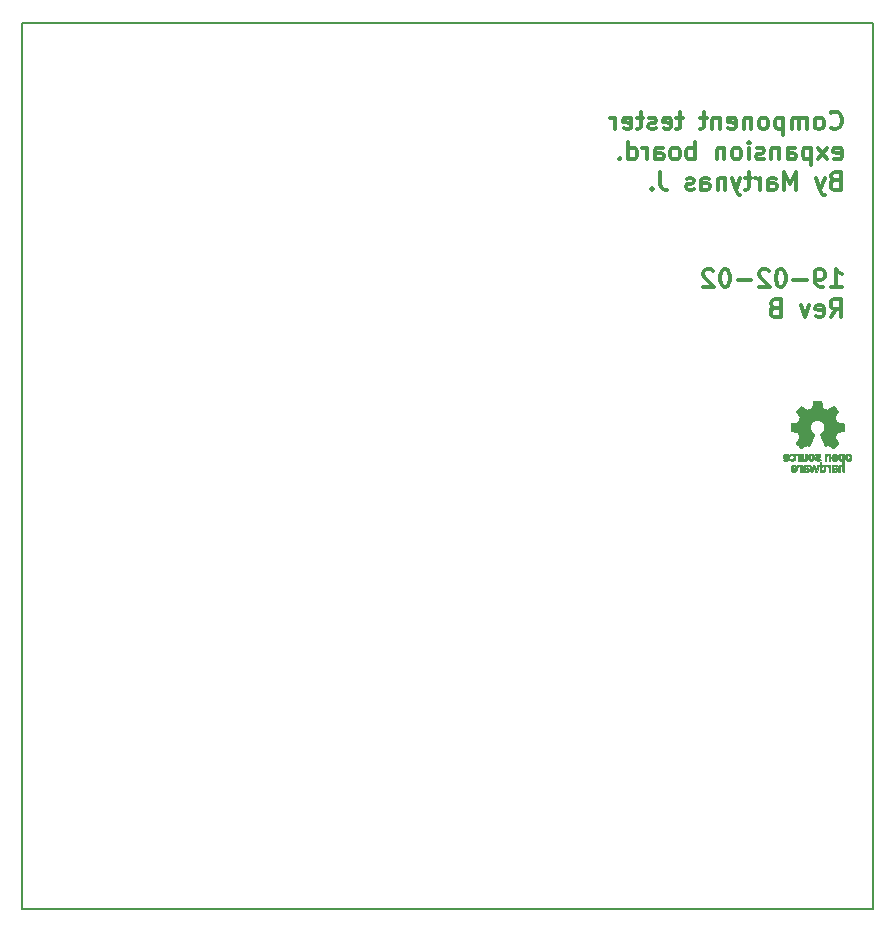
<source format=gbr>
%TF.GenerationSoftware,KiCad,Pcbnew,5.0.2-bee76a0~70~ubuntu18.04.1*%
%TF.CreationDate,2019-02-03T14:37:59+02:00*%
%TF.ProjectId,component_tester_adapter,636f6d70-6f6e-4656-9e74-5f7465737465,B*%
%TF.SameCoordinates,PX7e911f8PY6f6d640*%
%TF.FileFunction,Legend,Bot*%
%TF.FilePolarity,Positive*%
%FSLAX46Y46*%
G04 Gerber Fmt 4.6, Leading zero omitted, Abs format (unit mm)*
G04 Created by KiCad (PCBNEW 5.0.2-bee76a0~70~ubuntu18.04.1) date 2019 m. vasario 03 d. 14:37:59*
%MOMM*%
%LPD*%
G01*
G04 APERTURE LIST*
%ADD10C,0.150000*%
%ADD11C,0.300000*%
%ADD12C,0.010000*%
G04 APERTURE END LIST*
D10*
X7620000Y54680000D02*
X56125000Y54680000D01*
X-15875000Y54680000D02*
X7620000Y54680000D01*
X56125000Y-20320000D02*
X56125000Y54680000D01*
X56125000Y-20320000D02*
X-15875000Y-20320000D01*
X-15875000Y-20320000D02*
X-15875000Y54680000D01*
D11*
X52637142Y32346429D02*
X53494285Y32346429D01*
X53065714Y32346429D02*
X53065714Y33846429D01*
X53208571Y33632143D01*
X53351428Y33489286D01*
X53494285Y33417858D01*
X51922857Y32346429D02*
X51637142Y32346429D01*
X51494285Y32417858D01*
X51422857Y32489286D01*
X51280000Y32703572D01*
X51208571Y32989286D01*
X51208571Y33560715D01*
X51280000Y33703572D01*
X51351428Y33775000D01*
X51494285Y33846429D01*
X51780000Y33846429D01*
X51922857Y33775000D01*
X51994285Y33703572D01*
X52065714Y33560715D01*
X52065714Y33203572D01*
X51994285Y33060715D01*
X51922857Y32989286D01*
X51780000Y32917858D01*
X51494285Y32917858D01*
X51351428Y32989286D01*
X51280000Y33060715D01*
X51208571Y33203572D01*
X50565714Y32917858D02*
X49422857Y32917858D01*
X48422857Y33846429D02*
X48280000Y33846429D01*
X48137142Y33775000D01*
X48065714Y33703572D01*
X47994285Y33560715D01*
X47922857Y33275000D01*
X47922857Y32917858D01*
X47994285Y32632143D01*
X48065714Y32489286D01*
X48137142Y32417858D01*
X48280000Y32346429D01*
X48422857Y32346429D01*
X48565714Y32417858D01*
X48637142Y32489286D01*
X48708571Y32632143D01*
X48780000Y32917858D01*
X48780000Y33275000D01*
X48708571Y33560715D01*
X48637142Y33703572D01*
X48565714Y33775000D01*
X48422857Y33846429D01*
X47351428Y33703572D02*
X47280000Y33775000D01*
X47137142Y33846429D01*
X46780000Y33846429D01*
X46637142Y33775000D01*
X46565714Y33703572D01*
X46494285Y33560715D01*
X46494285Y33417858D01*
X46565714Y33203572D01*
X47422857Y32346429D01*
X46494285Y32346429D01*
X45851428Y32917858D02*
X44708571Y32917858D01*
X43708571Y33846429D02*
X43565714Y33846429D01*
X43422857Y33775000D01*
X43351428Y33703572D01*
X43280000Y33560715D01*
X43208571Y33275000D01*
X43208571Y32917858D01*
X43280000Y32632143D01*
X43351428Y32489286D01*
X43422857Y32417858D01*
X43565714Y32346429D01*
X43708571Y32346429D01*
X43851428Y32417858D01*
X43922857Y32489286D01*
X43994285Y32632143D01*
X44065714Y32917858D01*
X44065714Y33275000D01*
X43994285Y33560715D01*
X43922857Y33703572D01*
X43851428Y33775000D01*
X43708571Y33846429D01*
X42637142Y33703572D02*
X42565714Y33775000D01*
X42422857Y33846429D01*
X42065714Y33846429D01*
X41922857Y33775000D01*
X41851428Y33703572D01*
X41780000Y33560715D01*
X41780000Y33417858D01*
X41851428Y33203572D01*
X42708571Y32346429D01*
X41780000Y32346429D01*
X52565714Y29796429D02*
X53065714Y30510715D01*
X53422857Y29796429D02*
X53422857Y31296429D01*
X52851428Y31296429D01*
X52708571Y31225000D01*
X52637142Y31153572D01*
X52565714Y31010715D01*
X52565714Y30796429D01*
X52637142Y30653572D01*
X52708571Y30582143D01*
X52851428Y30510715D01*
X53422857Y30510715D01*
X51351428Y29867858D02*
X51494285Y29796429D01*
X51780000Y29796429D01*
X51922857Y29867858D01*
X51994285Y30010715D01*
X51994285Y30582143D01*
X51922857Y30725000D01*
X51780000Y30796429D01*
X51494285Y30796429D01*
X51351428Y30725000D01*
X51280000Y30582143D01*
X51280000Y30439286D01*
X51994285Y30296429D01*
X50780000Y30796429D02*
X50422857Y29796429D01*
X50065714Y30796429D01*
X47851428Y30582143D02*
X47637142Y30510715D01*
X47565714Y30439286D01*
X47494285Y30296429D01*
X47494285Y30082143D01*
X47565714Y29939286D01*
X47637142Y29867858D01*
X47780000Y29796429D01*
X48351428Y29796429D01*
X48351428Y31296429D01*
X47851428Y31296429D01*
X47708571Y31225000D01*
X47637142Y31153572D01*
X47565714Y31010715D01*
X47565714Y30867858D01*
X47637142Y30725000D01*
X47708571Y30653572D01*
X47851428Y30582143D01*
X48351428Y30582143D01*
X52565714Y45829286D02*
X52637142Y45757858D01*
X52851428Y45686429D01*
X52994285Y45686429D01*
X53208571Y45757858D01*
X53351428Y45900715D01*
X53422857Y46043572D01*
X53494285Y46329286D01*
X53494285Y46543572D01*
X53422857Y46829286D01*
X53351428Y46972143D01*
X53208571Y47115000D01*
X52994285Y47186429D01*
X52851428Y47186429D01*
X52637142Y47115000D01*
X52565714Y47043572D01*
X51708571Y45686429D02*
X51851428Y45757858D01*
X51922857Y45829286D01*
X51994285Y45972143D01*
X51994285Y46400715D01*
X51922857Y46543572D01*
X51851428Y46615000D01*
X51708571Y46686429D01*
X51494285Y46686429D01*
X51351428Y46615000D01*
X51280000Y46543572D01*
X51208571Y46400715D01*
X51208571Y45972143D01*
X51280000Y45829286D01*
X51351428Y45757858D01*
X51494285Y45686429D01*
X51708571Y45686429D01*
X50565714Y45686429D02*
X50565714Y46686429D01*
X50565714Y46543572D02*
X50494285Y46615000D01*
X50351428Y46686429D01*
X50137142Y46686429D01*
X49994285Y46615000D01*
X49922857Y46472143D01*
X49922857Y45686429D01*
X49922857Y46472143D02*
X49851428Y46615000D01*
X49708571Y46686429D01*
X49494285Y46686429D01*
X49351428Y46615000D01*
X49280000Y46472143D01*
X49280000Y45686429D01*
X48565714Y46686429D02*
X48565714Y45186429D01*
X48565714Y46615000D02*
X48422857Y46686429D01*
X48137142Y46686429D01*
X47994285Y46615000D01*
X47922857Y46543572D01*
X47851428Y46400715D01*
X47851428Y45972143D01*
X47922857Y45829286D01*
X47994285Y45757858D01*
X48137142Y45686429D01*
X48422857Y45686429D01*
X48565714Y45757858D01*
X46994285Y45686429D02*
X47137142Y45757858D01*
X47208571Y45829286D01*
X47280000Y45972143D01*
X47280000Y46400715D01*
X47208571Y46543572D01*
X47137142Y46615000D01*
X46994285Y46686429D01*
X46780000Y46686429D01*
X46637142Y46615000D01*
X46565714Y46543572D01*
X46494285Y46400715D01*
X46494285Y45972143D01*
X46565714Y45829286D01*
X46637142Y45757858D01*
X46780000Y45686429D01*
X46994285Y45686429D01*
X45851428Y46686429D02*
X45851428Y45686429D01*
X45851428Y46543572D02*
X45780000Y46615000D01*
X45637142Y46686429D01*
X45422857Y46686429D01*
X45280000Y46615000D01*
X45208571Y46472143D01*
X45208571Y45686429D01*
X43922857Y45757858D02*
X44065714Y45686429D01*
X44351428Y45686429D01*
X44494285Y45757858D01*
X44565714Y45900715D01*
X44565714Y46472143D01*
X44494285Y46615000D01*
X44351428Y46686429D01*
X44065714Y46686429D01*
X43922857Y46615000D01*
X43851428Y46472143D01*
X43851428Y46329286D01*
X44565714Y46186429D01*
X43208571Y46686429D02*
X43208571Y45686429D01*
X43208571Y46543572D02*
X43137142Y46615000D01*
X42994285Y46686429D01*
X42780000Y46686429D01*
X42637142Y46615000D01*
X42565714Y46472143D01*
X42565714Y45686429D01*
X42065714Y46686429D02*
X41494285Y46686429D01*
X41851428Y47186429D02*
X41851428Y45900715D01*
X41780000Y45757858D01*
X41637142Y45686429D01*
X41494285Y45686429D01*
X40065714Y46686429D02*
X39494285Y46686429D01*
X39851428Y47186429D02*
X39851428Y45900715D01*
X39780000Y45757858D01*
X39637142Y45686429D01*
X39494285Y45686429D01*
X38422857Y45757858D02*
X38565714Y45686429D01*
X38851428Y45686429D01*
X38994285Y45757858D01*
X39065714Y45900715D01*
X39065714Y46472143D01*
X38994285Y46615000D01*
X38851428Y46686429D01*
X38565714Y46686429D01*
X38422857Y46615000D01*
X38351428Y46472143D01*
X38351428Y46329286D01*
X39065714Y46186429D01*
X37780000Y45757858D02*
X37637142Y45686429D01*
X37351428Y45686429D01*
X37208571Y45757858D01*
X37137142Y45900715D01*
X37137142Y45972143D01*
X37208571Y46115000D01*
X37351428Y46186429D01*
X37565714Y46186429D01*
X37708571Y46257858D01*
X37780000Y46400715D01*
X37780000Y46472143D01*
X37708571Y46615000D01*
X37565714Y46686429D01*
X37351428Y46686429D01*
X37208571Y46615000D01*
X36708571Y46686429D02*
X36137142Y46686429D01*
X36494285Y47186429D02*
X36494285Y45900715D01*
X36422857Y45757858D01*
X36280000Y45686429D01*
X36137142Y45686429D01*
X35065714Y45757858D02*
X35208571Y45686429D01*
X35494285Y45686429D01*
X35637142Y45757858D01*
X35708571Y45900715D01*
X35708571Y46472143D01*
X35637142Y46615000D01*
X35494285Y46686429D01*
X35208571Y46686429D01*
X35065714Y46615000D01*
X34994285Y46472143D01*
X34994285Y46329286D01*
X35708571Y46186429D01*
X34351428Y45686429D02*
X34351428Y46686429D01*
X34351428Y46400715D02*
X34280000Y46543572D01*
X34208571Y46615000D01*
X34065714Y46686429D01*
X33922857Y46686429D01*
X52851428Y43207858D02*
X52994285Y43136429D01*
X53280000Y43136429D01*
X53422857Y43207858D01*
X53494285Y43350715D01*
X53494285Y43922143D01*
X53422857Y44065000D01*
X53280000Y44136429D01*
X52994285Y44136429D01*
X52851428Y44065000D01*
X52780000Y43922143D01*
X52780000Y43779286D01*
X53494285Y43636429D01*
X52280000Y43136429D02*
X51494285Y44136429D01*
X52280000Y44136429D02*
X51494285Y43136429D01*
X50922857Y44136429D02*
X50922857Y42636429D01*
X50922857Y44065000D02*
X50780000Y44136429D01*
X50494285Y44136429D01*
X50351428Y44065000D01*
X50280000Y43993572D01*
X50208571Y43850715D01*
X50208571Y43422143D01*
X50280000Y43279286D01*
X50351428Y43207858D01*
X50494285Y43136429D01*
X50780000Y43136429D01*
X50922857Y43207858D01*
X48922857Y43136429D02*
X48922857Y43922143D01*
X48994285Y44065000D01*
X49137142Y44136429D01*
X49422857Y44136429D01*
X49565714Y44065000D01*
X48922857Y43207858D02*
X49065714Y43136429D01*
X49422857Y43136429D01*
X49565714Y43207858D01*
X49637142Y43350715D01*
X49637142Y43493572D01*
X49565714Y43636429D01*
X49422857Y43707858D01*
X49065714Y43707858D01*
X48922857Y43779286D01*
X48208571Y44136429D02*
X48208571Y43136429D01*
X48208571Y43993572D02*
X48137142Y44065000D01*
X47994285Y44136429D01*
X47780000Y44136429D01*
X47637142Y44065000D01*
X47565714Y43922143D01*
X47565714Y43136429D01*
X46922857Y43207858D02*
X46780000Y43136429D01*
X46494285Y43136429D01*
X46351428Y43207858D01*
X46280000Y43350715D01*
X46280000Y43422143D01*
X46351428Y43565000D01*
X46494285Y43636429D01*
X46708571Y43636429D01*
X46851428Y43707858D01*
X46922857Y43850715D01*
X46922857Y43922143D01*
X46851428Y44065000D01*
X46708571Y44136429D01*
X46494285Y44136429D01*
X46351428Y44065000D01*
X45637142Y43136429D02*
X45637142Y44136429D01*
X45637142Y44636429D02*
X45708571Y44565000D01*
X45637142Y44493572D01*
X45565714Y44565000D01*
X45637142Y44636429D01*
X45637142Y44493572D01*
X44708571Y43136429D02*
X44851428Y43207858D01*
X44922857Y43279286D01*
X44994285Y43422143D01*
X44994285Y43850715D01*
X44922857Y43993572D01*
X44851428Y44065000D01*
X44708571Y44136429D01*
X44494285Y44136429D01*
X44351428Y44065000D01*
X44280000Y43993572D01*
X44208571Y43850715D01*
X44208571Y43422143D01*
X44280000Y43279286D01*
X44351428Y43207858D01*
X44494285Y43136429D01*
X44708571Y43136429D01*
X43565714Y44136429D02*
X43565714Y43136429D01*
X43565714Y43993572D02*
X43494285Y44065000D01*
X43351428Y44136429D01*
X43137142Y44136429D01*
X42994285Y44065000D01*
X42922857Y43922143D01*
X42922857Y43136429D01*
X41065714Y43136429D02*
X41065714Y44636429D01*
X41065714Y44065000D02*
X40922857Y44136429D01*
X40637142Y44136429D01*
X40494285Y44065000D01*
X40422857Y43993572D01*
X40351428Y43850715D01*
X40351428Y43422143D01*
X40422857Y43279286D01*
X40494285Y43207858D01*
X40637142Y43136429D01*
X40922857Y43136429D01*
X41065714Y43207858D01*
X39494285Y43136429D02*
X39637142Y43207858D01*
X39708571Y43279286D01*
X39780000Y43422143D01*
X39780000Y43850715D01*
X39708571Y43993572D01*
X39637142Y44065000D01*
X39494285Y44136429D01*
X39280000Y44136429D01*
X39137142Y44065000D01*
X39065714Y43993572D01*
X38994285Y43850715D01*
X38994285Y43422143D01*
X39065714Y43279286D01*
X39137142Y43207858D01*
X39280000Y43136429D01*
X39494285Y43136429D01*
X37708571Y43136429D02*
X37708571Y43922143D01*
X37780000Y44065000D01*
X37922857Y44136429D01*
X38208571Y44136429D01*
X38351428Y44065000D01*
X37708571Y43207858D02*
X37851428Y43136429D01*
X38208571Y43136429D01*
X38351428Y43207858D01*
X38422857Y43350715D01*
X38422857Y43493572D01*
X38351428Y43636429D01*
X38208571Y43707858D01*
X37851428Y43707858D01*
X37708571Y43779286D01*
X36994285Y43136429D02*
X36994285Y44136429D01*
X36994285Y43850715D02*
X36922857Y43993572D01*
X36851428Y44065000D01*
X36708571Y44136429D01*
X36565714Y44136429D01*
X35422857Y43136429D02*
X35422857Y44636429D01*
X35422857Y43207858D02*
X35565714Y43136429D01*
X35851428Y43136429D01*
X35994285Y43207858D01*
X36065714Y43279286D01*
X36137142Y43422143D01*
X36137142Y43850715D01*
X36065714Y43993572D01*
X35994285Y44065000D01*
X35851428Y44136429D01*
X35565714Y44136429D01*
X35422857Y44065000D01*
X34708571Y43279286D02*
X34637142Y43207858D01*
X34708571Y43136429D01*
X34780000Y43207858D01*
X34708571Y43279286D01*
X34708571Y43136429D01*
X52922857Y41372143D02*
X52708571Y41300715D01*
X52637142Y41229286D01*
X52565714Y41086429D01*
X52565714Y40872143D01*
X52637142Y40729286D01*
X52708571Y40657858D01*
X52851428Y40586429D01*
X53422857Y40586429D01*
X53422857Y42086429D01*
X52922857Y42086429D01*
X52780000Y42015000D01*
X52708571Y41943572D01*
X52637142Y41800715D01*
X52637142Y41657858D01*
X52708571Y41515000D01*
X52780000Y41443572D01*
X52922857Y41372143D01*
X53422857Y41372143D01*
X52065714Y41586429D02*
X51708571Y40586429D01*
X51351428Y41586429D02*
X51708571Y40586429D01*
X51851428Y40229286D01*
X51922857Y40157858D01*
X52065714Y40086429D01*
X49637142Y40586429D02*
X49637142Y42086429D01*
X49137142Y41015000D01*
X48637142Y42086429D01*
X48637142Y40586429D01*
X47280000Y40586429D02*
X47280000Y41372143D01*
X47351428Y41515000D01*
X47494285Y41586429D01*
X47780000Y41586429D01*
X47922857Y41515000D01*
X47280000Y40657858D02*
X47422857Y40586429D01*
X47780000Y40586429D01*
X47922857Y40657858D01*
X47994285Y40800715D01*
X47994285Y40943572D01*
X47922857Y41086429D01*
X47780000Y41157858D01*
X47422857Y41157858D01*
X47280000Y41229286D01*
X46565714Y40586429D02*
X46565714Y41586429D01*
X46565714Y41300715D02*
X46494285Y41443572D01*
X46422857Y41515000D01*
X46280000Y41586429D01*
X46137142Y41586429D01*
X45851428Y41586429D02*
X45280000Y41586429D01*
X45637142Y42086429D02*
X45637142Y40800715D01*
X45565714Y40657858D01*
X45422857Y40586429D01*
X45280000Y40586429D01*
X44922857Y41586429D02*
X44565714Y40586429D01*
X44208571Y41586429D02*
X44565714Y40586429D01*
X44708571Y40229286D01*
X44780000Y40157858D01*
X44922857Y40086429D01*
X43637142Y41586429D02*
X43637142Y40586429D01*
X43637142Y41443572D02*
X43565714Y41515000D01*
X43422857Y41586429D01*
X43208571Y41586429D01*
X43065714Y41515000D01*
X42994285Y41372143D01*
X42994285Y40586429D01*
X41637142Y40586429D02*
X41637142Y41372143D01*
X41708571Y41515000D01*
X41851428Y41586429D01*
X42137142Y41586429D01*
X42280000Y41515000D01*
X41637142Y40657858D02*
X41780000Y40586429D01*
X42137142Y40586429D01*
X42280000Y40657858D01*
X42351428Y40800715D01*
X42351428Y40943572D01*
X42280000Y41086429D01*
X42137142Y41157858D01*
X41780000Y41157858D01*
X41637142Y41229286D01*
X40994285Y40657858D02*
X40851428Y40586429D01*
X40565714Y40586429D01*
X40422857Y40657858D01*
X40351428Y40800715D01*
X40351428Y40872143D01*
X40422857Y41015000D01*
X40565714Y41086429D01*
X40780000Y41086429D01*
X40922857Y41157858D01*
X40994285Y41300715D01*
X40994285Y41372143D01*
X40922857Y41515000D01*
X40780000Y41586429D01*
X40565714Y41586429D01*
X40422857Y41515000D01*
X38137142Y42086429D02*
X38137142Y41015000D01*
X38208571Y40800715D01*
X38351428Y40657858D01*
X38565714Y40586429D01*
X38708571Y40586429D01*
X37422857Y40729286D02*
X37351428Y40657858D01*
X37422857Y40586429D01*
X37494285Y40657858D01*
X37422857Y40729286D01*
X37422857Y40586429D01*
D12*
G36*
X51058036Y22394982D02*
X51001188Y22093430D01*
X50581662Y21920488D01*
X50330016Y22091605D01*
X50259542Y22139250D01*
X50195837Y22181790D01*
X50141874Y22217285D01*
X50100627Y22243790D01*
X50075066Y22259364D01*
X50068105Y22262722D01*
X50055565Y22254086D01*
X50028769Y22230208D01*
X49990720Y22194141D01*
X49944421Y22148933D01*
X49892877Y22097636D01*
X49839091Y22043299D01*
X49786065Y21988972D01*
X49736805Y21937705D01*
X49694313Y21892549D01*
X49661593Y21856554D01*
X49641649Y21832770D01*
X49636881Y21824810D01*
X49643743Y21810135D01*
X49662980Y21777986D01*
X49692570Y21731508D01*
X49730490Y21673844D01*
X49774718Y21608140D01*
X49800346Y21570664D01*
X49847059Y21502232D01*
X49888568Y21440480D01*
X49922860Y21388481D01*
X49947920Y21349308D01*
X49961736Y21326035D01*
X49963812Y21321145D01*
X49959105Y21307245D01*
X49946277Y21274850D01*
X49927262Y21228515D01*
X49903997Y21172794D01*
X49878416Y21112242D01*
X49852455Y21051414D01*
X49828050Y20994864D01*
X49807137Y20947148D01*
X49791651Y20912819D01*
X49783528Y20896432D01*
X49783048Y20895788D01*
X49770293Y20892659D01*
X49736323Y20885679D01*
X49684660Y20875533D01*
X49618824Y20862908D01*
X49542336Y20848491D01*
X49497710Y20840177D01*
X49415979Y20824616D01*
X49342157Y20809808D01*
X49279979Y20796564D01*
X49233178Y20785695D01*
X49205491Y20778011D01*
X49199926Y20775573D01*
X49194474Y20759070D01*
X49190076Y20721800D01*
X49186728Y20668120D01*
X49184426Y20602388D01*
X49183168Y20528963D01*
X49182952Y20452204D01*
X49183773Y20376468D01*
X49185629Y20306114D01*
X49188518Y20245500D01*
X49192435Y20198984D01*
X49197378Y20170925D01*
X49200343Y20165084D01*
X49218066Y20158083D01*
X49255619Y20148073D01*
X49308036Y20136231D01*
X49370348Y20123733D01*
X49392100Y20119690D01*
X49496976Y20100480D01*
X49579820Y20085009D01*
X49643370Y20072663D01*
X49690363Y20062827D01*
X49723537Y20054886D01*
X49745629Y20048224D01*
X49759376Y20042227D01*
X49767516Y20036281D01*
X49768655Y20035106D01*
X49780023Y20016174D01*
X49797365Y19979331D01*
X49818950Y19929087D01*
X49843046Y19869954D01*
X49867921Y19806444D01*
X49891843Y19743068D01*
X49913081Y19684338D01*
X49929903Y19634765D01*
X49940578Y19598861D01*
X49943373Y19581138D01*
X49943140Y19580517D01*
X49933669Y19566030D01*
X49912182Y19534156D01*
X49880937Y19488211D01*
X49842193Y19431515D01*
X49798207Y19367383D01*
X49785681Y19349158D01*
X49741016Y19283086D01*
X49701712Y19222800D01*
X49669912Y19171765D01*
X49647755Y19133440D01*
X49637383Y19111289D01*
X49636881Y19108568D01*
X49645595Y19094264D01*
X49669675Y19065928D01*
X49706024Y19026604D01*
X49751547Y18979339D01*
X49803148Y18927177D01*
X49857733Y18873165D01*
X49912206Y18820347D01*
X49963471Y18771769D01*
X50008433Y18730477D01*
X50043996Y18699515D01*
X50067065Y18681930D01*
X50073446Y18679059D01*
X50088301Y18685822D01*
X50118714Y18704061D01*
X50159732Y18730703D01*
X50191291Y18752148D01*
X50248475Y18791497D01*
X50316194Y18837829D01*
X50384120Y18884087D01*
X50420639Y18908845D01*
X50544248Y18992453D01*
X50648009Y18936350D01*
X50695280Y18911772D01*
X50735477Y18892669D01*
X50762674Y18881773D01*
X50769598Y18880257D01*
X50777923Y18891451D01*
X50794346Y18923083D01*
X50817643Y18972235D01*
X50846586Y19035990D01*
X50879950Y19111429D01*
X50916509Y19195636D01*
X50955036Y19285692D01*
X50994306Y19378679D01*
X51033092Y19471680D01*
X51070170Y19561777D01*
X51104311Y19646052D01*
X51134292Y19721587D01*
X51158884Y19785466D01*
X51176864Y19834769D01*
X51187003Y19866579D01*
X51188634Y19877504D01*
X51175709Y19891439D01*
X51147411Y19914060D01*
X51109654Y19940667D01*
X51106485Y19942772D01*
X51008900Y20020886D01*
X50930214Y20112018D01*
X50871109Y20213255D01*
X50832268Y20321682D01*
X50814372Y20434386D01*
X50818103Y20548452D01*
X50844143Y20660966D01*
X50893175Y20769015D01*
X50907600Y20792655D01*
X50982631Y20888113D01*
X51071270Y20964768D01*
X51170451Y21022220D01*
X51277105Y21060071D01*
X51388164Y21077922D01*
X51500561Y21075375D01*
X51611227Y21052030D01*
X51717094Y21007490D01*
X51815095Y20941355D01*
X51845410Y20914513D01*
X51922562Y20830488D01*
X51978782Y20742034D01*
X52017347Y20642885D01*
X52038826Y20544697D01*
X52044128Y20434303D01*
X52026448Y20323360D01*
X51987581Y20215619D01*
X51929323Y20114831D01*
X51853469Y20024744D01*
X51761817Y19949108D01*
X51749772Y19941136D01*
X51711611Y19915026D01*
X51682601Y19892405D01*
X51668732Y19877961D01*
X51668531Y19877504D01*
X51671508Y19861879D01*
X51683311Y19826418D01*
X51702714Y19774038D01*
X51728488Y19707655D01*
X51759409Y19630186D01*
X51794249Y19544550D01*
X51831783Y19453663D01*
X51870783Y19360441D01*
X51910023Y19267803D01*
X51948276Y19178665D01*
X51984317Y19095945D01*
X52016917Y19022559D01*
X52044852Y18961425D01*
X52066895Y18915459D01*
X52081818Y18887579D01*
X52087828Y18880257D01*
X52106191Y18885959D01*
X52140552Y18901251D01*
X52184984Y18923401D01*
X52209417Y18936350D01*
X52313178Y18992453D01*
X52436787Y18908845D01*
X52499886Y18866013D01*
X52568970Y18818878D01*
X52633707Y18774497D01*
X52666134Y18752148D01*
X52711741Y18721523D01*
X52750360Y18697253D01*
X52776952Y18682413D01*
X52785590Y18679276D01*
X52798161Y18687739D01*
X52825984Y18711364D01*
X52866361Y18747698D01*
X52916595Y18794289D01*
X52973988Y18848683D01*
X53010286Y18883608D01*
X53073790Y18946004D01*
X53128673Y19001812D01*
X53172714Y19048646D01*
X53203695Y19084118D01*
X53219398Y19105839D01*
X53220905Y19110248D01*
X53213914Y19127015D01*
X53194594Y19160918D01*
X53165091Y19208524D01*
X53127545Y19266401D01*
X53084100Y19331116D01*
X53071745Y19349158D01*
X53026727Y19414733D01*
X52986340Y19473772D01*
X52952840Y19522958D01*
X52928486Y19558972D01*
X52915536Y19578498D01*
X52914285Y19580517D01*
X52916156Y19596078D01*
X52926087Y19630291D01*
X52942347Y19678645D01*
X52963205Y19736629D01*
X52986927Y19799730D01*
X53011784Y19863437D01*
X53036042Y19923239D01*
X53057971Y19974624D01*
X53075838Y20013081D01*
X53087913Y20034098D01*
X53088771Y20035106D01*
X53096154Y20041112D01*
X53108625Y20047052D01*
X53128920Y20053540D01*
X53159778Y20061191D01*
X53203934Y20070620D01*
X53264126Y20082441D01*
X53343093Y20097271D01*
X53443570Y20115723D01*
X53465325Y20119690D01*
X53529802Y20132147D01*
X53586011Y20144334D01*
X53628987Y20155074D01*
X53653760Y20163191D01*
X53657082Y20165084D01*
X53662556Y20181862D01*
X53667006Y20219355D01*
X53670428Y20273206D01*
X53672819Y20339056D01*
X53674177Y20412547D01*
X53674499Y20489320D01*
X53673781Y20565017D01*
X53672021Y20635280D01*
X53669216Y20695750D01*
X53665362Y20742070D01*
X53660457Y20769881D01*
X53657500Y20775573D01*
X53641037Y20781314D01*
X53603551Y20790655D01*
X53548775Y20802785D01*
X53480445Y20816893D01*
X53402294Y20832170D01*
X53359716Y20840177D01*
X53278929Y20855279D01*
X53206887Y20868960D01*
X53147111Y20880533D01*
X53103121Y20889313D01*
X53078439Y20894613D01*
X53074377Y20895788D01*
X53067511Y20909035D01*
X53052998Y20940943D01*
X53032771Y20986953D01*
X53008766Y21042508D01*
X52982918Y21103047D01*
X52957160Y21164014D01*
X52933427Y21220849D01*
X52913654Y21268994D01*
X52899776Y21303890D01*
X52893726Y21320979D01*
X52893614Y21321726D01*
X52900472Y21335207D01*
X52919698Y21366230D01*
X52949272Y21411711D01*
X52987173Y21468568D01*
X53031380Y21533717D01*
X53057079Y21571138D01*
X53103907Y21639753D01*
X53145499Y21702048D01*
X53179825Y21754871D01*
X53204857Y21795073D01*
X53218565Y21819500D01*
X53220544Y21824976D01*
X53212034Y21837722D01*
X53188507Y21864937D01*
X53152968Y21903572D01*
X53108423Y21950577D01*
X53057877Y22002905D01*
X53004336Y22057505D01*
X52950805Y22111330D01*
X52900289Y22161330D01*
X52855794Y22204457D01*
X52820325Y22237661D01*
X52796887Y22257894D01*
X52789046Y22262722D01*
X52776280Y22255933D01*
X52745744Y22236858D01*
X52700410Y22207439D01*
X52643244Y22169619D01*
X52577216Y22125339D01*
X52527410Y22091605D01*
X52275764Y21920488D01*
X52066001Y22006959D01*
X51856237Y22093430D01*
X51799389Y22394982D01*
X51742540Y22696534D01*
X51114885Y22696534D01*
X51058036Y22394982D01*
X51058036Y22394982D01*
G37*
X51058036Y22394982D02*
X51001188Y22093430D01*
X50581662Y21920488D01*
X50330016Y22091605D01*
X50259542Y22139250D01*
X50195837Y22181790D01*
X50141874Y22217285D01*
X50100627Y22243790D01*
X50075066Y22259364D01*
X50068105Y22262722D01*
X50055565Y22254086D01*
X50028769Y22230208D01*
X49990720Y22194141D01*
X49944421Y22148933D01*
X49892877Y22097636D01*
X49839091Y22043299D01*
X49786065Y21988972D01*
X49736805Y21937705D01*
X49694313Y21892549D01*
X49661593Y21856554D01*
X49641649Y21832770D01*
X49636881Y21824810D01*
X49643743Y21810135D01*
X49662980Y21777986D01*
X49692570Y21731508D01*
X49730490Y21673844D01*
X49774718Y21608140D01*
X49800346Y21570664D01*
X49847059Y21502232D01*
X49888568Y21440480D01*
X49922860Y21388481D01*
X49947920Y21349308D01*
X49961736Y21326035D01*
X49963812Y21321145D01*
X49959105Y21307245D01*
X49946277Y21274850D01*
X49927262Y21228515D01*
X49903997Y21172794D01*
X49878416Y21112242D01*
X49852455Y21051414D01*
X49828050Y20994864D01*
X49807137Y20947148D01*
X49791651Y20912819D01*
X49783528Y20896432D01*
X49783048Y20895788D01*
X49770293Y20892659D01*
X49736323Y20885679D01*
X49684660Y20875533D01*
X49618824Y20862908D01*
X49542336Y20848491D01*
X49497710Y20840177D01*
X49415979Y20824616D01*
X49342157Y20809808D01*
X49279979Y20796564D01*
X49233178Y20785695D01*
X49205491Y20778011D01*
X49199926Y20775573D01*
X49194474Y20759070D01*
X49190076Y20721800D01*
X49186728Y20668120D01*
X49184426Y20602388D01*
X49183168Y20528963D01*
X49182952Y20452204D01*
X49183773Y20376468D01*
X49185629Y20306114D01*
X49188518Y20245500D01*
X49192435Y20198984D01*
X49197378Y20170925D01*
X49200343Y20165084D01*
X49218066Y20158083D01*
X49255619Y20148073D01*
X49308036Y20136231D01*
X49370348Y20123733D01*
X49392100Y20119690D01*
X49496976Y20100480D01*
X49579820Y20085009D01*
X49643370Y20072663D01*
X49690363Y20062827D01*
X49723537Y20054886D01*
X49745629Y20048224D01*
X49759376Y20042227D01*
X49767516Y20036281D01*
X49768655Y20035106D01*
X49780023Y20016174D01*
X49797365Y19979331D01*
X49818950Y19929087D01*
X49843046Y19869954D01*
X49867921Y19806444D01*
X49891843Y19743068D01*
X49913081Y19684338D01*
X49929903Y19634765D01*
X49940578Y19598861D01*
X49943373Y19581138D01*
X49943140Y19580517D01*
X49933669Y19566030D01*
X49912182Y19534156D01*
X49880937Y19488211D01*
X49842193Y19431515D01*
X49798207Y19367383D01*
X49785681Y19349158D01*
X49741016Y19283086D01*
X49701712Y19222800D01*
X49669912Y19171765D01*
X49647755Y19133440D01*
X49637383Y19111289D01*
X49636881Y19108568D01*
X49645595Y19094264D01*
X49669675Y19065928D01*
X49706024Y19026604D01*
X49751547Y18979339D01*
X49803148Y18927177D01*
X49857733Y18873165D01*
X49912206Y18820347D01*
X49963471Y18771769D01*
X50008433Y18730477D01*
X50043996Y18699515D01*
X50067065Y18681930D01*
X50073446Y18679059D01*
X50088301Y18685822D01*
X50118714Y18704061D01*
X50159732Y18730703D01*
X50191291Y18752148D01*
X50248475Y18791497D01*
X50316194Y18837829D01*
X50384120Y18884087D01*
X50420639Y18908845D01*
X50544248Y18992453D01*
X50648009Y18936350D01*
X50695280Y18911772D01*
X50735477Y18892669D01*
X50762674Y18881773D01*
X50769598Y18880257D01*
X50777923Y18891451D01*
X50794346Y18923083D01*
X50817643Y18972235D01*
X50846586Y19035990D01*
X50879950Y19111429D01*
X50916509Y19195636D01*
X50955036Y19285692D01*
X50994306Y19378679D01*
X51033092Y19471680D01*
X51070170Y19561777D01*
X51104311Y19646052D01*
X51134292Y19721587D01*
X51158884Y19785466D01*
X51176864Y19834769D01*
X51187003Y19866579D01*
X51188634Y19877504D01*
X51175709Y19891439D01*
X51147411Y19914060D01*
X51109654Y19940667D01*
X51106485Y19942772D01*
X51008900Y20020886D01*
X50930214Y20112018D01*
X50871109Y20213255D01*
X50832268Y20321682D01*
X50814372Y20434386D01*
X50818103Y20548452D01*
X50844143Y20660966D01*
X50893175Y20769015D01*
X50907600Y20792655D01*
X50982631Y20888113D01*
X51071270Y20964768D01*
X51170451Y21022220D01*
X51277105Y21060071D01*
X51388164Y21077922D01*
X51500561Y21075375D01*
X51611227Y21052030D01*
X51717094Y21007490D01*
X51815095Y20941355D01*
X51845410Y20914513D01*
X51922562Y20830488D01*
X51978782Y20742034D01*
X52017347Y20642885D01*
X52038826Y20544697D01*
X52044128Y20434303D01*
X52026448Y20323360D01*
X51987581Y20215619D01*
X51929323Y20114831D01*
X51853469Y20024744D01*
X51761817Y19949108D01*
X51749772Y19941136D01*
X51711611Y19915026D01*
X51682601Y19892405D01*
X51668732Y19877961D01*
X51668531Y19877504D01*
X51671508Y19861879D01*
X51683311Y19826418D01*
X51702714Y19774038D01*
X51728488Y19707655D01*
X51759409Y19630186D01*
X51794249Y19544550D01*
X51831783Y19453663D01*
X51870783Y19360441D01*
X51910023Y19267803D01*
X51948276Y19178665D01*
X51984317Y19095945D01*
X52016917Y19022559D01*
X52044852Y18961425D01*
X52066895Y18915459D01*
X52081818Y18887579D01*
X52087828Y18880257D01*
X52106191Y18885959D01*
X52140552Y18901251D01*
X52184984Y18923401D01*
X52209417Y18936350D01*
X52313178Y18992453D01*
X52436787Y18908845D01*
X52499886Y18866013D01*
X52568970Y18818878D01*
X52633707Y18774497D01*
X52666134Y18752148D01*
X52711741Y18721523D01*
X52750360Y18697253D01*
X52776952Y18682413D01*
X52785590Y18679276D01*
X52798161Y18687739D01*
X52825984Y18711364D01*
X52866361Y18747698D01*
X52916595Y18794289D01*
X52973988Y18848683D01*
X53010286Y18883608D01*
X53073790Y18946004D01*
X53128673Y19001812D01*
X53172714Y19048646D01*
X53203695Y19084118D01*
X53219398Y19105839D01*
X53220905Y19110248D01*
X53213914Y19127015D01*
X53194594Y19160918D01*
X53165091Y19208524D01*
X53127545Y19266401D01*
X53084100Y19331116D01*
X53071745Y19349158D01*
X53026727Y19414733D01*
X52986340Y19473772D01*
X52952840Y19522958D01*
X52928486Y19558972D01*
X52915536Y19578498D01*
X52914285Y19580517D01*
X52916156Y19596078D01*
X52926087Y19630291D01*
X52942347Y19678645D01*
X52963205Y19736629D01*
X52986927Y19799730D01*
X53011784Y19863437D01*
X53036042Y19923239D01*
X53057971Y19974624D01*
X53075838Y20013081D01*
X53087913Y20034098D01*
X53088771Y20035106D01*
X53096154Y20041112D01*
X53108625Y20047052D01*
X53128920Y20053540D01*
X53159778Y20061191D01*
X53203934Y20070620D01*
X53264126Y20082441D01*
X53343093Y20097271D01*
X53443570Y20115723D01*
X53465325Y20119690D01*
X53529802Y20132147D01*
X53586011Y20144334D01*
X53628987Y20155074D01*
X53653760Y20163191D01*
X53657082Y20165084D01*
X53662556Y20181862D01*
X53667006Y20219355D01*
X53670428Y20273206D01*
X53672819Y20339056D01*
X53674177Y20412547D01*
X53674499Y20489320D01*
X53673781Y20565017D01*
X53672021Y20635280D01*
X53669216Y20695750D01*
X53665362Y20742070D01*
X53660457Y20769881D01*
X53657500Y20775573D01*
X53641037Y20781314D01*
X53603551Y20790655D01*
X53548775Y20802785D01*
X53480445Y20816893D01*
X53402294Y20832170D01*
X53359716Y20840177D01*
X53278929Y20855279D01*
X53206887Y20868960D01*
X53147111Y20880533D01*
X53103121Y20889313D01*
X53078439Y20894613D01*
X53074377Y20895788D01*
X53067511Y20909035D01*
X53052998Y20940943D01*
X53032771Y20986953D01*
X53008766Y21042508D01*
X52982918Y21103047D01*
X52957160Y21164014D01*
X52933427Y21220849D01*
X52913654Y21268994D01*
X52899776Y21303890D01*
X52893726Y21320979D01*
X52893614Y21321726D01*
X52900472Y21335207D01*
X52919698Y21366230D01*
X52949272Y21411711D01*
X52987173Y21468568D01*
X53031380Y21533717D01*
X53057079Y21571138D01*
X53103907Y21639753D01*
X53145499Y21702048D01*
X53179825Y21754871D01*
X53204857Y21795073D01*
X53218565Y21819500D01*
X53220544Y21824976D01*
X53212034Y21837722D01*
X53188507Y21864937D01*
X53152968Y21903572D01*
X53108423Y21950577D01*
X53057877Y22002905D01*
X53004336Y22057505D01*
X52950805Y22111330D01*
X52900289Y22161330D01*
X52855794Y22204457D01*
X52820325Y22237661D01*
X52796887Y22257894D01*
X52789046Y22262722D01*
X52776280Y22255933D01*
X52745744Y22236858D01*
X52700410Y22207439D01*
X52643244Y22169619D01*
X52577216Y22125339D01*
X52527410Y22091605D01*
X52275764Y21920488D01*
X52066001Y22006959D01*
X51856237Y22093430D01*
X51799389Y22394982D01*
X51742540Y22696534D01*
X51114885Y22696534D01*
X51058036Y22394982D01*
G36*
X49635540Y18226970D02*
X49592289Y18213755D01*
X49564442Y18197059D01*
X49555371Y18183855D01*
X49557868Y18168203D01*
X49574069Y18143615D01*
X49587768Y18126200D01*
X49616008Y18094717D01*
X49637225Y18081471D01*
X49655312Y18082336D01*
X49708965Y18095990D01*
X49748370Y18095370D01*
X49780368Y18079896D01*
X49791110Y18070839D01*
X49825495Y18038973D01*
X49825495Y17622821D01*
X49963812Y17622821D01*
X49963812Y18226386D01*
X49894653Y18226386D01*
X49853131Y18224744D01*
X49831709Y18218913D01*
X49825498Y18207539D01*
X49825495Y18207202D01*
X49822561Y18195287D01*
X49809296Y18196841D01*
X49790916Y18205437D01*
X49752954Y18221432D01*
X49722128Y18231055D01*
X49682464Y18233522D01*
X49635540Y18226970D01*
X49635540Y18226970D01*
G37*
X49635540Y18226970D02*
X49592289Y18213755D01*
X49564442Y18197059D01*
X49555371Y18183855D01*
X49557868Y18168203D01*
X49574069Y18143615D01*
X49587768Y18126200D01*
X49616008Y18094717D01*
X49637225Y18081471D01*
X49655312Y18082336D01*
X49708965Y18095990D01*
X49748370Y18095370D01*
X49780368Y18079896D01*
X49791110Y18070839D01*
X49825495Y18038973D01*
X49825495Y17622821D01*
X49963812Y17622821D01*
X49963812Y18226386D01*
X49894653Y18226386D01*
X49853131Y18224744D01*
X49831709Y18218913D01*
X49825498Y18207539D01*
X49825495Y18207202D01*
X49822561Y18195287D01*
X49809296Y18196841D01*
X49790916Y18205437D01*
X49752954Y18221432D01*
X49722128Y18231055D01*
X49682464Y18233522D01*
X49635540Y18226970D01*
G36*
X52189012Y18215998D02*
X52157717Y18201050D01*
X52127409Y18179459D01*
X52104318Y18154609D01*
X52087500Y18122913D01*
X52076006Y18080786D01*
X52068891Y18024642D01*
X52065207Y17950894D01*
X52064008Y17855956D01*
X52063989Y17846015D01*
X52063713Y17622821D01*
X52202030Y17622821D01*
X52202030Y17828582D01*
X52202128Y17904811D01*
X52202809Y17960061D01*
X52204651Y17998499D01*
X52208233Y18024294D01*
X52214132Y18041616D01*
X52222927Y18054632D01*
X52235180Y18067493D01*
X52278047Y18095127D01*
X52324843Y18100255D01*
X52369424Y18082783D01*
X52384928Y18069779D01*
X52396310Y18057553D01*
X52404481Y18044460D01*
X52409974Y18026385D01*
X52413320Y17999213D01*
X52415051Y17958830D01*
X52415697Y17901121D01*
X52415792Y17830868D01*
X52415792Y17622821D01*
X52554109Y17622821D01*
X52554109Y18226386D01*
X52484950Y18226386D01*
X52443428Y18224744D01*
X52422006Y18218913D01*
X52415795Y18207539D01*
X52415792Y18207202D01*
X52412910Y18196062D01*
X52400199Y18197326D01*
X52374926Y18209566D01*
X52317605Y18227576D01*
X52252037Y18229579D01*
X52189012Y18215998D01*
X52189012Y18215998D01*
G37*
X52189012Y18215998D02*
X52157717Y18201050D01*
X52127409Y18179459D01*
X52104318Y18154609D01*
X52087500Y18122913D01*
X52076006Y18080786D01*
X52068891Y18024642D01*
X52065207Y17950894D01*
X52064008Y17855956D01*
X52063989Y17846015D01*
X52063713Y17622821D01*
X52202030Y17622821D01*
X52202030Y17828582D01*
X52202128Y17904811D01*
X52202809Y17960061D01*
X52204651Y17998499D01*
X52208233Y18024294D01*
X52214132Y18041616D01*
X52222927Y18054632D01*
X52235180Y18067493D01*
X52278047Y18095127D01*
X52324843Y18100255D01*
X52369424Y18082783D01*
X52384928Y18069779D01*
X52396310Y18057553D01*
X52404481Y18044460D01*
X52409974Y18026385D01*
X52413320Y17999213D01*
X52415051Y17958830D01*
X52415697Y17901121D01*
X52415792Y17830868D01*
X52415792Y17622821D01*
X52554109Y17622821D01*
X52554109Y18226386D01*
X52484950Y18226386D01*
X52443428Y18224744D01*
X52422006Y18218913D01*
X52415795Y18207539D01*
X52415792Y18207202D01*
X52412910Y18196062D01*
X52400199Y18197326D01*
X52374926Y18209566D01*
X52317605Y18227576D01*
X52252037Y18229579D01*
X52189012Y18215998D01*
G36*
X48757102Y18228543D02*
X48724904Y18220721D01*
X48663175Y18192079D01*
X48610390Y18148333D01*
X48573859Y18095883D01*
X48568840Y18084107D01*
X48561955Y18053260D01*
X48557136Y18007629D01*
X48555495Y17961508D01*
X48555495Y17874307D01*
X48737822Y17874307D01*
X48813021Y17874022D01*
X48865997Y17872296D01*
X48899675Y17867819D01*
X48916980Y17859280D01*
X48920837Y17845370D01*
X48914171Y17824778D01*
X48902230Y17800685D01*
X48868920Y17760475D01*
X48822632Y17740442D01*
X48766056Y17741095D01*
X48701969Y17762899D01*
X48646583Y17789807D01*
X48600625Y17753468D01*
X48554667Y17717128D01*
X48597904Y17677181D01*
X48655626Y17639437D01*
X48726614Y17616680D01*
X48802971Y17610312D01*
X48876801Y17621732D01*
X48888713Y17625607D01*
X48953601Y17659494D01*
X49001870Y17710014D01*
X49034535Y17778675D01*
X49052615Y17866986D01*
X49052825Y17868879D01*
X49054444Y17965122D01*
X49047900Y17999458D01*
X48920148Y17999458D01*
X48908416Y17994178D01*
X48876562Y17990133D01*
X48829603Y17987824D01*
X48799846Y17987475D01*
X48744352Y17987694D01*
X48709654Y17989084D01*
X48691399Y17992749D01*
X48685234Y17999790D01*
X48686805Y18011310D01*
X48688122Y18015767D01*
X48710618Y18057645D01*
X48745997Y18091396D01*
X48777220Y18106227D01*
X48818699Y18105332D01*
X48860731Y18086836D01*
X48895988Y18056214D01*
X48917146Y18018938D01*
X48920148Y17999458D01*
X49047900Y17999458D01*
X49038310Y18049771D01*
X49006302Y18120809D01*
X48960299Y18176221D01*
X48902179Y18213991D01*
X48833820Y18232104D01*
X48757102Y18228543D01*
X48757102Y18228543D01*
G37*
X48757102Y18228543D02*
X48724904Y18220721D01*
X48663175Y18192079D01*
X48610390Y18148333D01*
X48573859Y18095883D01*
X48568840Y18084107D01*
X48561955Y18053260D01*
X48557136Y18007629D01*
X48555495Y17961508D01*
X48555495Y17874307D01*
X48737822Y17874307D01*
X48813021Y17874022D01*
X48865997Y17872296D01*
X48899675Y17867819D01*
X48916980Y17859280D01*
X48920837Y17845370D01*
X48914171Y17824778D01*
X48902230Y17800685D01*
X48868920Y17760475D01*
X48822632Y17740442D01*
X48766056Y17741095D01*
X48701969Y17762899D01*
X48646583Y17789807D01*
X48600625Y17753468D01*
X48554667Y17717128D01*
X48597904Y17677181D01*
X48655626Y17639437D01*
X48726614Y17616680D01*
X48802971Y17610312D01*
X48876801Y17621732D01*
X48888713Y17625607D01*
X48953601Y17659494D01*
X49001870Y17710014D01*
X49034535Y17778675D01*
X49052615Y17866986D01*
X49052825Y17868879D01*
X49054444Y17965122D01*
X49047900Y17999458D01*
X48920148Y17999458D01*
X48908416Y17994178D01*
X48876562Y17990133D01*
X48829603Y17987824D01*
X48799846Y17987475D01*
X48744352Y17987694D01*
X48709654Y17989084D01*
X48691399Y17992749D01*
X48685234Y17999790D01*
X48686805Y18011310D01*
X48688122Y18015767D01*
X48710618Y18057645D01*
X48745997Y18091396D01*
X48777220Y18106227D01*
X48818699Y18105332D01*
X48860731Y18086836D01*
X48895988Y18056214D01*
X48917146Y18018938D01*
X48920148Y17999458D01*
X49047900Y17999458D01*
X49038310Y18049771D01*
X49006302Y18120809D01*
X48960299Y18176221D01*
X48902179Y18213991D01*
X48833820Y18232104D01*
X48757102Y18228543D01*
G36*
X49217774Y18221120D02*
X49144920Y18190170D01*
X49121973Y18175105D01*
X49092646Y18151952D01*
X49074236Y18133747D01*
X49071039Y18127817D01*
X49080065Y18114660D01*
X49103163Y18092333D01*
X49121656Y18076750D01*
X49172272Y18036074D01*
X49212240Y18069705D01*
X49243126Y18091416D01*
X49273241Y18098910D01*
X49307708Y18097080D01*
X49362439Y18083472D01*
X49400114Y18055228D01*
X49423009Y18009567D01*
X49433403Y17943711D01*
X49433405Y17943669D01*
X49432506Y17870061D01*
X49418537Y17816054D01*
X49390672Y17779284D01*
X49371675Y17766832D01*
X49321224Y17751327D01*
X49267337Y17751317D01*
X49220454Y17766362D01*
X49209356Y17773713D01*
X49181524Y17792489D01*
X49159764Y17795566D01*
X49136296Y17781591D01*
X49110351Y17756490D01*
X49069284Y17714120D01*
X49114879Y17676536D01*
X49185326Y17634118D01*
X49264767Y17613215D01*
X49347785Y17614728D01*
X49402306Y17628589D01*
X49466030Y17662865D01*
X49516995Y17716788D01*
X49540149Y17754851D01*
X49558901Y17809464D01*
X49568285Y17878631D01*
X49568357Y17953593D01*
X49559176Y18025591D01*
X49540801Y18085863D01*
X49537907Y18092042D01*
X49495048Y18152649D01*
X49437021Y18196776D01*
X49368409Y18223507D01*
X49293799Y18231927D01*
X49217774Y18221120D01*
X49217774Y18221120D01*
G37*
X49217774Y18221120D02*
X49144920Y18190170D01*
X49121973Y18175105D01*
X49092646Y18151952D01*
X49074236Y18133747D01*
X49071039Y18127817D01*
X49080065Y18114660D01*
X49103163Y18092333D01*
X49121656Y18076750D01*
X49172272Y18036074D01*
X49212240Y18069705D01*
X49243126Y18091416D01*
X49273241Y18098910D01*
X49307708Y18097080D01*
X49362439Y18083472D01*
X49400114Y18055228D01*
X49423009Y18009567D01*
X49433403Y17943711D01*
X49433405Y17943669D01*
X49432506Y17870061D01*
X49418537Y17816054D01*
X49390672Y17779284D01*
X49371675Y17766832D01*
X49321224Y17751327D01*
X49267337Y17751317D01*
X49220454Y17766362D01*
X49209356Y17773713D01*
X49181524Y17792489D01*
X49159764Y17795566D01*
X49136296Y17781591D01*
X49110351Y17756490D01*
X49069284Y17714120D01*
X49114879Y17676536D01*
X49185326Y17634118D01*
X49264767Y17613215D01*
X49347785Y17614728D01*
X49402306Y17628589D01*
X49466030Y17662865D01*
X49516995Y17716788D01*
X49540149Y17754851D01*
X49558901Y17809464D01*
X49568285Y17878631D01*
X49568357Y17953593D01*
X49559176Y18025591D01*
X49540801Y18085863D01*
X49537907Y18092042D01*
X49495048Y18152649D01*
X49437021Y18196776D01*
X49368409Y18223507D01*
X49293799Y18231927D01*
X49217774Y18221120D01*
G36*
X50441633Y18030658D02*
X50440445Y17938437D01*
X50436103Y17868390D01*
X50427442Y17817619D01*
X50413296Y17783228D01*
X50392500Y17762321D01*
X50363890Y17752000D01*
X50328465Y17749364D01*
X50291364Y17752318D01*
X50263182Y17763111D01*
X50242757Y17784640D01*
X50228921Y17819801D01*
X50220509Y17871490D01*
X50216357Y17942606D01*
X50215297Y18030658D01*
X50215297Y18226386D01*
X50076980Y18226386D01*
X50076980Y17622821D01*
X50146138Y17622821D01*
X50187830Y17624511D01*
X50209299Y17630444D01*
X50215297Y17641707D01*
X50218909Y17651739D01*
X50233286Y17649617D01*
X50262264Y17635420D01*
X50328681Y17613520D01*
X50399125Y17615072D01*
X50466623Y17638853D01*
X50498767Y17657638D01*
X50523285Y17677978D01*
X50541196Y17703427D01*
X50553521Y17737542D01*
X50561277Y17783879D01*
X50565484Y17845993D01*
X50567160Y17927439D01*
X50567376Y17990422D01*
X50567376Y18226386D01*
X50441633Y18226386D01*
X50441633Y18030658D01*
X50441633Y18030658D01*
G37*
X50441633Y18030658D02*
X50440445Y17938437D01*
X50436103Y17868390D01*
X50427442Y17817619D01*
X50413296Y17783228D01*
X50392500Y17762321D01*
X50363890Y17752000D01*
X50328465Y17749364D01*
X50291364Y17752318D01*
X50263182Y17763111D01*
X50242757Y17784640D01*
X50228921Y17819801D01*
X50220509Y17871490D01*
X50216357Y17942606D01*
X50215297Y18030658D01*
X50215297Y18226386D01*
X50076980Y18226386D01*
X50076980Y17622821D01*
X50146138Y17622821D01*
X50187830Y17624511D01*
X50209299Y17630444D01*
X50215297Y17641707D01*
X50218909Y17651739D01*
X50233286Y17649617D01*
X50262264Y17635420D01*
X50328681Y17613520D01*
X50399125Y17615072D01*
X50466623Y17638853D01*
X50498767Y17657638D01*
X50523285Y17677978D01*
X50541196Y17703427D01*
X50553521Y17737542D01*
X50561277Y17783879D01*
X50565484Y17845993D01*
X50567160Y17927439D01*
X50567376Y17990422D01*
X50567376Y18226386D01*
X50441633Y18226386D01*
X50441633Y18030658D01*
G36*
X50824238Y18218945D02*
X50760637Y18184308D01*
X50710877Y18129628D01*
X50687432Y18085158D01*
X50677366Y18045879D01*
X50670844Y17989884D01*
X50668049Y17925379D01*
X50669164Y17860571D01*
X50674374Y17803666D01*
X50680459Y17773273D01*
X50700986Y17731694D01*
X50736537Y17687532D01*
X50779381Y17648913D01*
X50821789Y17623966D01*
X50822823Y17623570D01*
X50875447Y17612669D01*
X50937812Y17612399D01*
X50997076Y17622324D01*
X51019960Y17630278D01*
X51078898Y17663700D01*
X51121110Y17707489D01*
X51148844Y17765462D01*
X51164349Y17841435D01*
X51167857Y17881229D01*
X51167410Y17931234D01*
X51032624Y17931234D01*
X51028083Y17858268D01*
X51015014Y17802666D01*
X50994244Y17767139D01*
X50979448Y17756980D01*
X50941536Y17749896D01*
X50896473Y17751993D01*
X50857513Y17762188D01*
X50847296Y17767796D01*
X50820341Y17800462D01*
X50802549Y17850455D01*
X50794976Y17911295D01*
X50798675Y17976503D01*
X50806943Y18015747D01*
X50830680Y18061195D01*
X50868151Y18089604D01*
X50913280Y18099427D01*
X50959989Y18089113D01*
X50995868Y18063888D01*
X51014723Y18043075D01*
X51025728Y18022561D01*
X51030974Y17994797D01*
X51032551Y17952238D01*
X51032624Y17931234D01*
X51167410Y17931234D01*
X51166906Y17987420D01*
X51149612Y18074499D01*
X51115971Y18142470D01*
X51065982Y18191336D01*
X50999644Y18221101D01*
X50985399Y18224552D01*
X50899790Y18232655D01*
X50824238Y18218945D01*
X50824238Y18218945D01*
G37*
X50824238Y18218945D02*
X50760637Y18184308D01*
X50710877Y18129628D01*
X50687432Y18085158D01*
X50677366Y18045879D01*
X50670844Y17989884D01*
X50668049Y17925379D01*
X50669164Y17860571D01*
X50674374Y17803666D01*
X50680459Y17773273D01*
X50700986Y17731694D01*
X50736537Y17687532D01*
X50779381Y17648913D01*
X50821789Y17623966D01*
X50822823Y17623570D01*
X50875447Y17612669D01*
X50937812Y17612399D01*
X50997076Y17622324D01*
X51019960Y17630278D01*
X51078898Y17663700D01*
X51121110Y17707489D01*
X51148844Y17765462D01*
X51164349Y17841435D01*
X51167857Y17881229D01*
X51167410Y17931234D01*
X51032624Y17931234D01*
X51028083Y17858268D01*
X51015014Y17802666D01*
X50994244Y17767139D01*
X50979448Y17756980D01*
X50941536Y17749896D01*
X50896473Y17751993D01*
X50857513Y17762188D01*
X50847296Y17767796D01*
X50820341Y17800462D01*
X50802549Y17850455D01*
X50794976Y17911295D01*
X50798675Y17976503D01*
X50806943Y18015747D01*
X50830680Y18061195D01*
X50868151Y18089604D01*
X50913280Y18099427D01*
X50959989Y18089113D01*
X50995868Y18063888D01*
X51014723Y18043075D01*
X51025728Y18022561D01*
X51030974Y17994797D01*
X51032551Y17952238D01*
X51032624Y17931234D01*
X51167410Y17931234D01*
X51166906Y17987420D01*
X51149612Y18074499D01*
X51115971Y18142470D01*
X51065982Y18191336D01*
X50999644Y18221101D01*
X50985399Y18224552D01*
X50899790Y18232655D01*
X50824238Y18218945D01*
G36*
X51420983Y18228548D02*
X51373366Y18219518D01*
X51323966Y18200630D01*
X51318688Y18198223D01*
X51281226Y18178524D01*
X51255283Y18160219D01*
X51246897Y18148492D01*
X51254883Y18129368D01*
X51274280Y18101150D01*
X51282890Y18090616D01*
X51318372Y18049153D01*
X51364115Y18076142D01*
X51407650Y18094122D01*
X51457950Y18103733D01*
X51506188Y18104340D01*
X51543533Y18095309D01*
X51552495Y18089673D01*
X51569563Y18063829D01*
X51571637Y18034059D01*
X51558866Y18010803D01*
X51551312Y18006292D01*
X51528675Y18000691D01*
X51488885Y17994108D01*
X51439834Y17987817D01*
X51430785Y17986830D01*
X51352004Y17973202D01*
X51294864Y17950054D01*
X51256970Y17915248D01*
X51235921Y17866646D01*
X51229365Y17807282D01*
X51238423Y17739802D01*
X51267836Y17686812D01*
X51317722Y17648217D01*
X51388200Y17623919D01*
X51466435Y17614333D01*
X51530234Y17614448D01*
X51581984Y17623155D01*
X51617327Y17635175D01*
X51661983Y17656120D01*
X51703253Y17680426D01*
X51717921Y17691124D01*
X51755643Y17721916D01*
X51710148Y17767951D01*
X51664653Y17813987D01*
X51612928Y17779757D01*
X51561048Y17754048D01*
X51505649Y17740601D01*
X51452395Y17739182D01*
X51406951Y17749557D01*
X51374984Y17771493D01*
X51364662Y17790002D01*
X51366211Y17819686D01*
X51391860Y17842385D01*
X51441540Y17858060D01*
X51495969Y17865305D01*
X51579736Y17879127D01*
X51641967Y17905204D01*
X51683493Y17944301D01*
X51705147Y17997180D01*
X51708147Y18059874D01*
X51693329Y18125358D01*
X51659546Y18174856D01*
X51606495Y18208592D01*
X51533874Y18226793D01*
X51480072Y18230361D01*
X51420983Y18228548D01*
X51420983Y18228548D01*
G37*
X51420983Y18228548D02*
X51373366Y18219518D01*
X51323966Y18200630D01*
X51318688Y18198223D01*
X51281226Y18178524D01*
X51255283Y18160219D01*
X51246897Y18148492D01*
X51254883Y18129368D01*
X51274280Y18101150D01*
X51282890Y18090616D01*
X51318372Y18049153D01*
X51364115Y18076142D01*
X51407650Y18094122D01*
X51457950Y18103733D01*
X51506188Y18104340D01*
X51543533Y18095309D01*
X51552495Y18089673D01*
X51569563Y18063829D01*
X51571637Y18034059D01*
X51558866Y18010803D01*
X51551312Y18006292D01*
X51528675Y18000691D01*
X51488885Y17994108D01*
X51439834Y17987817D01*
X51430785Y17986830D01*
X51352004Y17973202D01*
X51294864Y17950054D01*
X51256970Y17915248D01*
X51235921Y17866646D01*
X51229365Y17807282D01*
X51238423Y17739802D01*
X51267836Y17686812D01*
X51317722Y17648217D01*
X51388200Y17623919D01*
X51466435Y17614333D01*
X51530234Y17614448D01*
X51581984Y17623155D01*
X51617327Y17635175D01*
X51661983Y17656120D01*
X51703253Y17680426D01*
X51717921Y17691124D01*
X51755643Y17721916D01*
X51710148Y17767951D01*
X51664653Y17813987D01*
X51612928Y17779757D01*
X51561048Y17754048D01*
X51505649Y17740601D01*
X51452395Y17739182D01*
X51406951Y17749557D01*
X51374984Y17771493D01*
X51364662Y17790002D01*
X51366211Y17819686D01*
X51391860Y17842385D01*
X51441540Y17858060D01*
X51495969Y17865305D01*
X51579736Y17879127D01*
X51641967Y17905204D01*
X51683493Y17944301D01*
X51705147Y17997180D01*
X51708147Y18059874D01*
X51693329Y18125358D01*
X51659546Y18174856D01*
X51606495Y18208592D01*
X51533874Y18226793D01*
X51480072Y18230361D01*
X51420983Y18228548D01*
G36*
X52791699Y18212386D02*
X52779168Y18206486D01*
X52735799Y18174717D01*
X52694790Y18128354D01*
X52664168Y18077304D01*
X52655459Y18053834D01*
X52647512Y18011909D01*
X52642774Y17961243D01*
X52642199Y17940321D01*
X52642129Y17874307D01*
X53022083Y17874307D01*
X53013983Y17839727D01*
X52994104Y17798830D01*
X52959347Y17763486D01*
X52917998Y17740718D01*
X52891649Y17735990D01*
X52855916Y17741727D01*
X52813282Y17756118D01*
X52798799Y17762738D01*
X52745240Y17789487D01*
X52699533Y17754624D01*
X52673158Y17731045D01*
X52659124Y17711583D01*
X52658414Y17705871D01*
X52670951Y17692027D01*
X52698428Y17670988D01*
X52723366Y17654575D01*
X52790664Y17625070D01*
X52866110Y17611716D01*
X52940888Y17615188D01*
X53000495Y17633337D01*
X53061941Y17672216D01*
X53105608Y17723405D01*
X53132926Y17789633D01*
X53145322Y17873629D01*
X53146421Y17912064D01*
X53142022Y18000139D01*
X53141482Y18002701D01*
X53015582Y18002701D01*
X53012115Y17994442D01*
X52997863Y17989887D01*
X52968470Y17987935D01*
X52919575Y17987483D01*
X52900748Y17987475D01*
X52843467Y17988157D01*
X52807141Y17990636D01*
X52787604Y17995557D01*
X52780690Y18003566D01*
X52780445Y18006138D01*
X52788336Y18026577D01*
X52808085Y18055211D01*
X52816575Y18065237D01*
X52848094Y18093592D01*
X52880949Y18104741D01*
X52898651Y18105673D01*
X52946539Y18094019D01*
X52986699Y18062715D01*
X53012173Y18017248D01*
X53012625Y18015767D01*
X53015582Y18002701D01*
X53141482Y18002701D01*
X53127392Y18069490D01*
X53101038Y18124975D01*
X53068807Y18164361D01*
X53009217Y18207069D01*
X52939168Y18229891D01*
X52864661Y18231954D01*
X52791699Y18212386D01*
X52791699Y18212386D01*
G37*
X52791699Y18212386D02*
X52779168Y18206486D01*
X52735799Y18174717D01*
X52694790Y18128354D01*
X52664168Y18077304D01*
X52655459Y18053834D01*
X52647512Y18011909D01*
X52642774Y17961243D01*
X52642199Y17940321D01*
X52642129Y17874307D01*
X53022083Y17874307D01*
X53013983Y17839727D01*
X52994104Y17798830D01*
X52959347Y17763486D01*
X52917998Y17740718D01*
X52891649Y17735990D01*
X52855916Y17741727D01*
X52813282Y17756118D01*
X52798799Y17762738D01*
X52745240Y17789487D01*
X52699533Y17754624D01*
X52673158Y17731045D01*
X52659124Y17711583D01*
X52658414Y17705871D01*
X52670951Y17692027D01*
X52698428Y17670988D01*
X52723366Y17654575D01*
X52790664Y17625070D01*
X52866110Y17611716D01*
X52940888Y17615188D01*
X53000495Y17633337D01*
X53061941Y17672216D01*
X53105608Y17723405D01*
X53132926Y17789633D01*
X53145322Y17873629D01*
X53146421Y17912064D01*
X53142022Y18000139D01*
X53141482Y18002701D01*
X53015582Y18002701D01*
X53012115Y17994442D01*
X52997863Y17989887D01*
X52968470Y17987935D01*
X52919575Y17987483D01*
X52900748Y17987475D01*
X52843467Y17988157D01*
X52807141Y17990636D01*
X52787604Y17995557D01*
X52780690Y18003566D01*
X52780445Y18006138D01*
X52788336Y18026577D01*
X52808085Y18055211D01*
X52816575Y18065237D01*
X52848094Y18093592D01*
X52880949Y18104741D01*
X52898651Y18105673D01*
X52946539Y18094019D01*
X52986699Y18062715D01*
X53012173Y18017248D01*
X53012625Y18015767D01*
X53015582Y18002701D01*
X53141482Y18002701D01*
X53127392Y18069490D01*
X53101038Y18124975D01*
X53068807Y18164361D01*
X53009217Y18207069D01*
X52939168Y18229891D01*
X52864661Y18231954D01*
X52791699Y18212386D01*
G36*
X53973261Y18219852D02*
X53907479Y18190769D01*
X53857540Y18142207D01*
X53823374Y18074092D01*
X53804907Y17986349D01*
X53803583Y17972649D01*
X53802546Y17876061D01*
X53815993Y17791398D01*
X53843108Y17722779D01*
X53857627Y17700706D01*
X53908201Y17653989D01*
X53972609Y17623732D01*
X54044666Y17611176D01*
X54118185Y17617561D01*
X54174072Y17637228D01*
X54222132Y17670371D01*
X54261412Y17713825D01*
X54262092Y17714842D01*
X54278044Y17741662D01*
X54288410Y17768632D01*
X54294688Y17802668D01*
X54298373Y17850690D01*
X54299997Y17890069D01*
X54300672Y17925781D01*
X54174955Y17925781D01*
X54173726Y17890230D01*
X54169266Y17842906D01*
X54161397Y17812535D01*
X54147207Y17790928D01*
X54133917Y17778306D01*
X54086802Y17751878D01*
X54037505Y17748347D01*
X53991593Y17767361D01*
X53968638Y17788669D01*
X53952096Y17810141D01*
X53942421Y17830687D01*
X53938174Y17857426D01*
X53937920Y17897477D01*
X53939228Y17934362D01*
X53942043Y17987053D01*
X53946505Y18021228D01*
X53954548Y18043520D01*
X53968103Y18060558D01*
X53978845Y18070297D01*
X54023777Y18095877D01*
X54072249Y18097153D01*
X54112894Y18082001D01*
X54147567Y18050358D01*
X54168224Y17998380D01*
X54174955Y17925781D01*
X54300672Y17925781D01*
X54301479Y17968379D01*
X54298948Y18026944D01*
X54291362Y18070993D01*
X54277681Y18105752D01*
X54256865Y18136449D01*
X54249147Y18145564D01*
X54200889Y18190979D01*
X54149128Y18217507D01*
X54085828Y18228621D01*
X54054961Y18229529D01*
X53973261Y18219852D01*
X53973261Y18219852D01*
G37*
X53973261Y18219852D02*
X53907479Y18190769D01*
X53857540Y18142207D01*
X53823374Y18074092D01*
X53804907Y17986349D01*
X53803583Y17972649D01*
X53802546Y17876061D01*
X53815993Y17791398D01*
X53843108Y17722779D01*
X53857627Y17700706D01*
X53908201Y17653989D01*
X53972609Y17623732D01*
X54044666Y17611176D01*
X54118185Y17617561D01*
X54174072Y17637228D01*
X54222132Y17670371D01*
X54261412Y17713825D01*
X54262092Y17714842D01*
X54278044Y17741662D01*
X54288410Y17768632D01*
X54294688Y17802668D01*
X54298373Y17850690D01*
X54299997Y17890069D01*
X54300672Y17925781D01*
X54174955Y17925781D01*
X54173726Y17890230D01*
X54169266Y17842906D01*
X54161397Y17812535D01*
X54147207Y17790928D01*
X54133917Y17778306D01*
X54086802Y17751878D01*
X54037505Y17748347D01*
X53991593Y17767361D01*
X53968638Y17788669D01*
X53952096Y17810141D01*
X53942421Y17830687D01*
X53938174Y17857426D01*
X53937920Y17897477D01*
X53939228Y17934362D01*
X53942043Y17987053D01*
X53946505Y18021228D01*
X53954548Y18043520D01*
X53968103Y18060558D01*
X53978845Y18070297D01*
X54023777Y18095877D01*
X54072249Y18097153D01*
X54112894Y18082001D01*
X54147567Y18050358D01*
X54168224Y17998380D01*
X54174955Y17925781D01*
X54300672Y17925781D01*
X54301479Y17968379D01*
X54298948Y18026944D01*
X54291362Y18070993D01*
X54277681Y18105752D01*
X54256865Y18136449D01*
X54249147Y18145564D01*
X54200889Y18190979D01*
X54149128Y18217507D01*
X54085828Y18228621D01*
X54054961Y18229529D01*
X53973261Y18219852D01*
G36*
X49402419Y17280030D02*
X49342315Y17264403D01*
X49291979Y17232152D01*
X49267607Y17208060D01*
X49227655Y17151105D01*
X49204758Y17085035D01*
X49196892Y17003818D01*
X49196852Y16997252D01*
X49196782Y16931237D01*
X49576736Y16931237D01*
X49568637Y16896658D01*
X49554013Y16865341D01*
X49528419Y16832709D01*
X49523065Y16827500D01*
X49477057Y16799306D01*
X49424590Y16794525D01*
X49364197Y16813074D01*
X49353960Y16818069D01*
X49322561Y16833255D01*
X49301530Y16841906D01*
X49297861Y16842707D01*
X49285052Y16834937D01*
X49260622Y16815928D01*
X49248221Y16805540D01*
X49222524Y16781679D01*
X49214085Y16765923D01*
X49219942Y16751429D01*
X49223072Y16747466D01*
X49244275Y16730121D01*
X49279262Y16709041D01*
X49303663Y16696735D01*
X49372928Y16675054D01*
X49449612Y16668029D01*
X49522235Y16676353D01*
X49542574Y16682314D01*
X49605524Y16716048D01*
X49652185Y16767955D01*
X49682827Y16838541D01*
X49697718Y16928308D01*
X49699353Y16975247D01*
X49694579Y17043587D01*
X49574010Y17043587D01*
X49562348Y17038535D01*
X49531002Y17034571D01*
X49485429Y17032232D01*
X49454554Y17031831D01*
X49399019Y17032217D01*
X49363967Y17034025D01*
X49344738Y17038227D01*
X49336670Y17045797D01*
X49335099Y17056782D01*
X49345879Y17090619D01*
X49373020Y17124060D01*
X49408723Y17149728D01*
X49444440Y17160228D01*
X49492952Y17150914D01*
X49534947Y17123987D01*
X49564064Y17085173D01*
X49574010Y17043587D01*
X49694579Y17043587D01*
X49692401Y17074764D01*
X49670945Y17154051D01*
X49634530Y17213737D01*
X49582703Y17254451D01*
X49515010Y17276821D01*
X49478338Y17281129D01*
X49402419Y17280030D01*
X49402419Y17280030D01*
G37*
X49402419Y17280030D02*
X49342315Y17264403D01*
X49291979Y17232152D01*
X49267607Y17208060D01*
X49227655Y17151105D01*
X49204758Y17085035D01*
X49196892Y17003818D01*
X49196852Y16997252D01*
X49196782Y16931237D01*
X49576736Y16931237D01*
X49568637Y16896658D01*
X49554013Y16865341D01*
X49528419Y16832709D01*
X49523065Y16827500D01*
X49477057Y16799306D01*
X49424590Y16794525D01*
X49364197Y16813074D01*
X49353960Y16818069D01*
X49322561Y16833255D01*
X49301530Y16841906D01*
X49297861Y16842707D01*
X49285052Y16834937D01*
X49260622Y16815928D01*
X49248221Y16805540D01*
X49222524Y16781679D01*
X49214085Y16765923D01*
X49219942Y16751429D01*
X49223072Y16747466D01*
X49244275Y16730121D01*
X49279262Y16709041D01*
X49303663Y16696735D01*
X49372928Y16675054D01*
X49449612Y16668029D01*
X49522235Y16676353D01*
X49542574Y16682314D01*
X49605524Y16716048D01*
X49652185Y16767955D01*
X49682827Y16838541D01*
X49697718Y16928308D01*
X49699353Y16975247D01*
X49694579Y17043587D01*
X49574010Y17043587D01*
X49562348Y17038535D01*
X49531002Y17034571D01*
X49485429Y17032232D01*
X49454554Y17031831D01*
X49399019Y17032217D01*
X49363967Y17034025D01*
X49344738Y17038227D01*
X49336670Y17045797D01*
X49335099Y17056782D01*
X49345879Y17090619D01*
X49373020Y17124060D01*
X49408723Y17149728D01*
X49444440Y17160228D01*
X49492952Y17150914D01*
X49534947Y17123987D01*
X49564064Y17085173D01*
X49574010Y17043587D01*
X49694579Y17043587D01*
X49692401Y17074764D01*
X49670945Y17154051D01*
X49634530Y17213737D01*
X49582703Y17254451D01*
X49515010Y17276821D01*
X49478338Y17281129D01*
X49402419Y17280030D01*
G36*
X49799745Y17283514D02*
X49751405Y17273985D01*
X49723886Y17259875D01*
X49694936Y17236432D01*
X49736124Y17184429D01*
X49761518Y17152936D01*
X49778762Y17137572D01*
X49795898Y17135224D01*
X49820973Y17142783D01*
X49832743Y17147059D01*
X49880730Y17153369D01*
X49924676Y17139844D01*
X49956940Y17109290D01*
X49962181Y17099548D01*
X49967888Y17073742D01*
X49972294Y17026183D01*
X49975189Y16960242D01*
X49976369Y16879290D01*
X49976386Y16867774D01*
X49976386Y16667178D01*
X50114703Y16667178D01*
X50114703Y17283317D01*
X50045544Y17283317D01*
X50005667Y17282275D01*
X49984893Y17277642D01*
X49977211Y17267151D01*
X49976386Y17257255D01*
X49976386Y17231194D01*
X49943255Y17257255D01*
X49905265Y17275035D01*
X49854230Y17283826D01*
X49799745Y17283514D01*
X49799745Y17283514D01*
G37*
X49799745Y17283514D02*
X49751405Y17273985D01*
X49723886Y17259875D01*
X49694936Y17236432D01*
X49736124Y17184429D01*
X49761518Y17152936D01*
X49778762Y17137572D01*
X49795898Y17135224D01*
X49820973Y17142783D01*
X49832743Y17147059D01*
X49880730Y17153369D01*
X49924676Y17139844D01*
X49956940Y17109290D01*
X49962181Y17099548D01*
X49967888Y17073742D01*
X49972294Y17026183D01*
X49975189Y16960242D01*
X49976369Y16879290D01*
X49976386Y16867774D01*
X49976386Y16667178D01*
X50114703Y16667178D01*
X50114703Y17283317D01*
X50045544Y17283317D01*
X50005667Y17282275D01*
X49984893Y17277642D01*
X49977211Y17267151D01*
X49976386Y17257255D01*
X49976386Y17231194D01*
X49943255Y17257255D01*
X49905265Y17275035D01*
X49854230Y17283826D01*
X49799745Y17283514D01*
G36*
X50396589Y17279583D02*
X50343589Y17266710D01*
X50328269Y17259890D01*
X50298572Y17242026D01*
X50275780Y17221907D01*
X50258917Y17196038D01*
X50247002Y17160927D01*
X50239058Y17113080D01*
X50234106Y17049004D01*
X50231169Y16965206D01*
X50230053Y16909232D01*
X50225948Y16667178D01*
X50296068Y16667178D01*
X50338607Y16668962D01*
X50360524Y16675058D01*
X50366188Y16685294D01*
X50369179Y16696363D01*
X50382549Y16694246D01*
X50400767Y16685371D01*
X50446376Y16671767D01*
X50504993Y16668101D01*
X50566646Y16674097D01*
X50621362Y16689479D01*
X50626270Y16691614D01*
X50676277Y16726745D01*
X50709244Y16775581D01*
X50724413Y16832667D01*
X50723254Y16853176D01*
X50599492Y16853176D01*
X50588587Y16825575D01*
X50556255Y16805796D01*
X50504090Y16795181D01*
X50476213Y16793772D01*
X50429753Y16797380D01*
X50398871Y16811403D01*
X50391336Y16818069D01*
X50370924Y16854334D01*
X50366188Y16887227D01*
X50366188Y16931237D01*
X50427487Y16931237D01*
X50498744Y16927605D01*
X50548724Y16916182D01*
X50580304Y16896176D01*
X50587374Y16887257D01*
X50599492Y16853176D01*
X50723254Y16853176D01*
X50721029Y16892544D01*
X50698337Y16949756D01*
X50667376Y16988420D01*
X50648624Y17005136D01*
X50630267Y17016122D01*
X50606381Y17022820D01*
X50571043Y17026674D01*
X50518331Y17029127D01*
X50497423Y17029832D01*
X50366188Y17034121D01*
X50366380Y17073842D01*
X50371463Y17115595D01*
X50389838Y17140842D01*
X50426961Y17156970D01*
X50427957Y17157258D01*
X50480590Y17163600D01*
X50532094Y17155316D01*
X50570370Y17135173D01*
X50585728Y17125227D01*
X50602270Y17126603D01*
X50627725Y17141013D01*
X50642672Y17151183D01*
X50671909Y17172912D01*
X50690020Y17189200D01*
X50692926Y17193863D01*
X50680960Y17217995D01*
X50645604Y17246815D01*
X50630247Y17256539D01*
X50586099Y17273286D01*
X50526602Y17282773D01*
X50460513Y17284905D01*
X50396589Y17279583D01*
X50396589Y17279583D01*
G37*
X50396589Y17279583D02*
X50343589Y17266710D01*
X50328269Y17259890D01*
X50298572Y17242026D01*
X50275780Y17221907D01*
X50258917Y17196038D01*
X50247002Y17160927D01*
X50239058Y17113080D01*
X50234106Y17049004D01*
X50231169Y16965206D01*
X50230053Y16909232D01*
X50225948Y16667178D01*
X50296068Y16667178D01*
X50338607Y16668962D01*
X50360524Y16675058D01*
X50366188Y16685294D01*
X50369179Y16696363D01*
X50382549Y16694246D01*
X50400767Y16685371D01*
X50446376Y16671767D01*
X50504993Y16668101D01*
X50566646Y16674097D01*
X50621362Y16689479D01*
X50626270Y16691614D01*
X50676277Y16726745D01*
X50709244Y16775581D01*
X50724413Y16832667D01*
X50723254Y16853176D01*
X50599492Y16853176D01*
X50588587Y16825575D01*
X50556255Y16805796D01*
X50504090Y16795181D01*
X50476213Y16793772D01*
X50429753Y16797380D01*
X50398871Y16811403D01*
X50391336Y16818069D01*
X50370924Y16854334D01*
X50366188Y16887227D01*
X50366188Y16931237D01*
X50427487Y16931237D01*
X50498744Y16927605D01*
X50548724Y16916182D01*
X50580304Y16896176D01*
X50587374Y16887257D01*
X50599492Y16853176D01*
X50723254Y16853176D01*
X50721029Y16892544D01*
X50698337Y16949756D01*
X50667376Y16988420D01*
X50648624Y17005136D01*
X50630267Y17016122D01*
X50606381Y17022820D01*
X50571043Y17026674D01*
X50518331Y17029127D01*
X50497423Y17029832D01*
X50366188Y17034121D01*
X50366380Y17073842D01*
X50371463Y17115595D01*
X50389838Y17140842D01*
X50426961Y17156970D01*
X50427957Y17157258D01*
X50480590Y17163600D01*
X50532094Y17155316D01*
X50570370Y17135173D01*
X50585728Y17125227D01*
X50602270Y17126603D01*
X50627725Y17141013D01*
X50642672Y17151183D01*
X50671909Y17172912D01*
X50690020Y17189200D01*
X50692926Y17193863D01*
X50680960Y17217995D01*
X50645604Y17246815D01*
X50630247Y17256539D01*
X50586099Y17273286D01*
X50526602Y17282773D01*
X50460513Y17284905D01*
X50396589Y17279583D01*
G36*
X51153476Y17280763D02*
X51103745Y17277029D01*
X50973709Y16887227D01*
X50953322Y16956386D01*
X50941054Y16999126D01*
X50924915Y17056885D01*
X50907488Y17120375D01*
X50898274Y17154430D01*
X50863612Y17283317D01*
X50720609Y17283317D01*
X50763354Y17148143D01*
X50784404Y17081658D01*
X50809833Y17001461D01*
X50836390Y16917807D01*
X50860098Y16843218D01*
X50914098Y16673465D01*
X50972402Y16669672D01*
X51030705Y16665878D01*
X51062321Y16770266D01*
X51081818Y16835111D01*
X51103096Y16906600D01*
X51121692Y16969737D01*
X51122426Y16972250D01*
X51136316Y17015031D01*
X51148571Y17044221D01*
X51157154Y17055259D01*
X51158918Y17053982D01*
X51165109Y17036870D01*
X51176872Y17000213D01*
X51192775Y16948622D01*
X51211386Y16886706D01*
X51221457Y16852648D01*
X51275993Y16667178D01*
X51391736Y16667178D01*
X51484263Y16959529D01*
X51510256Y17041538D01*
X51533934Y17116013D01*
X51554180Y17179456D01*
X51569874Y17228368D01*
X51579898Y17259251D01*
X51582945Y17268274D01*
X51580533Y17277513D01*
X51561592Y17281559D01*
X51522177Y17281154D01*
X51516007Y17280848D01*
X51442914Y17277029D01*
X51395043Y17100990D01*
X51377447Y17036789D01*
X51361723Y16980351D01*
X51349254Y16936578D01*
X51341426Y16910370D01*
X51339980Y16906097D01*
X51333986Y16911010D01*
X51321899Y16936468D01*
X51305107Y16979003D01*
X51284997Y17035150D01*
X51267997Y17085870D01*
X51203206Y17284496D01*
X51153476Y17280763D01*
X51153476Y17280763D01*
G37*
X51153476Y17280763D02*
X51103745Y17277029D01*
X50973709Y16887227D01*
X50953322Y16956386D01*
X50941054Y16999126D01*
X50924915Y17056885D01*
X50907488Y17120375D01*
X50898274Y17154430D01*
X50863612Y17283317D01*
X50720609Y17283317D01*
X50763354Y17148143D01*
X50784404Y17081658D01*
X50809833Y17001461D01*
X50836390Y16917807D01*
X50860098Y16843218D01*
X50914098Y16673465D01*
X50972402Y16669672D01*
X51030705Y16665878D01*
X51062321Y16770266D01*
X51081818Y16835111D01*
X51103096Y16906600D01*
X51121692Y16969737D01*
X51122426Y16972250D01*
X51136316Y17015031D01*
X51148571Y17044221D01*
X51157154Y17055259D01*
X51158918Y17053982D01*
X51165109Y17036870D01*
X51176872Y17000213D01*
X51192775Y16948622D01*
X51211386Y16886706D01*
X51221457Y16852648D01*
X51275993Y16667178D01*
X51391736Y16667178D01*
X51484263Y16959529D01*
X51510256Y17041538D01*
X51533934Y17116013D01*
X51554180Y17179456D01*
X51569874Y17228368D01*
X51579898Y17259251D01*
X51582945Y17268274D01*
X51580533Y17277513D01*
X51561592Y17281559D01*
X51522177Y17281154D01*
X51516007Y17280848D01*
X51442914Y17277029D01*
X51395043Y17100990D01*
X51377447Y17036789D01*
X51361723Y16980351D01*
X51349254Y16936578D01*
X51341426Y16910370D01*
X51339980Y16906097D01*
X51333986Y16911010D01*
X51321899Y16936468D01*
X51305107Y16979003D01*
X51284997Y17035150D01*
X51267997Y17085870D01*
X51203206Y17284496D01*
X51153476Y17280763D01*
G36*
X51636188Y16667178D02*
X51705346Y16667178D01*
X51745488Y16668355D01*
X51766394Y16673228D01*
X51773922Y16683814D01*
X51774505Y16690971D01*
X51775774Y16705324D01*
X51783779Y16708077D01*
X51804815Y16699229D01*
X51821173Y16690971D01*
X51883977Y16671403D01*
X51952248Y16670271D01*
X52007752Y16684865D01*
X52059438Y16720123D01*
X52098838Y16772165D01*
X52120413Y16833550D01*
X52120962Y16836982D01*
X52124167Y16874429D01*
X52125761Y16928187D01*
X52125633Y16968845D01*
X51988279Y16968845D01*
X51985097Y16914806D01*
X51977859Y16870265D01*
X51968060Y16845112D01*
X51930989Y16810740D01*
X51886974Y16798418D01*
X51841584Y16808382D01*
X51802797Y16838105D01*
X51788108Y16858095D01*
X51779519Y16881950D01*
X51775496Y16916770D01*
X51774505Y16969070D01*
X51776278Y17020861D01*
X51780963Y17066366D01*
X51787603Y17096819D01*
X51788710Y17099548D01*
X51815491Y17132000D01*
X51854579Y17149817D01*
X51898315Y17152694D01*
X51939038Y17140326D01*
X51969087Y17112407D01*
X51972204Y17106852D01*
X51981961Y17072978D01*
X51987277Y17024272D01*
X51988279Y16968845D01*
X52125633Y16968845D01*
X52125568Y16989460D01*
X52124664Y17022437D01*
X52118514Y17104019D01*
X52105733Y17165270D01*
X52084471Y17210551D01*
X52052878Y17244221D01*
X52022207Y17263986D01*
X51979354Y17277880D01*
X51926056Y17282646D01*
X51871480Y17278764D01*
X51824792Y17266718D01*
X51800124Y17252307D01*
X51774505Y17229122D01*
X51774505Y17522227D01*
X51636188Y17522227D01*
X51636188Y16667178D01*
X51636188Y16667178D01*
G37*
X51636188Y16667178D02*
X51705346Y16667178D01*
X51745488Y16668355D01*
X51766394Y16673228D01*
X51773922Y16683814D01*
X51774505Y16690971D01*
X51775774Y16705324D01*
X51783779Y16708077D01*
X51804815Y16699229D01*
X51821173Y16690971D01*
X51883977Y16671403D01*
X51952248Y16670271D01*
X52007752Y16684865D01*
X52059438Y16720123D01*
X52098838Y16772165D01*
X52120413Y16833550D01*
X52120962Y16836982D01*
X52124167Y16874429D01*
X52125761Y16928187D01*
X52125633Y16968845D01*
X51988279Y16968845D01*
X51985097Y16914806D01*
X51977859Y16870265D01*
X51968060Y16845112D01*
X51930989Y16810740D01*
X51886974Y16798418D01*
X51841584Y16808382D01*
X51802797Y16838105D01*
X51788108Y16858095D01*
X51779519Y16881950D01*
X51775496Y16916770D01*
X51774505Y16969070D01*
X51776278Y17020861D01*
X51780963Y17066366D01*
X51787603Y17096819D01*
X51788710Y17099548D01*
X51815491Y17132000D01*
X51854579Y17149817D01*
X51898315Y17152694D01*
X51939038Y17140326D01*
X51969087Y17112407D01*
X51972204Y17106852D01*
X51981961Y17072978D01*
X51987277Y17024272D01*
X51988279Y16968845D01*
X52125633Y16968845D01*
X52125568Y16989460D01*
X52124664Y17022437D01*
X52118514Y17104019D01*
X52105733Y17165270D01*
X52084471Y17210551D01*
X52052878Y17244221D01*
X52022207Y17263986D01*
X51979354Y17277880D01*
X51926056Y17282646D01*
X51871480Y17278764D01*
X51824792Y17266718D01*
X51800124Y17252307D01*
X51774505Y17229122D01*
X51774505Y17522227D01*
X51636188Y17522227D01*
X51636188Y16667178D01*
G36*
X52428356Y17281980D02*
X52409539Y17276340D01*
X52403473Y17263947D01*
X52403218Y17258353D01*
X52402129Y17242770D01*
X52394632Y17240324D01*
X52374381Y17251007D01*
X52362351Y17258306D01*
X52324400Y17273937D01*
X52279072Y17281666D01*
X52231544Y17282260D01*
X52186995Y17276487D01*
X52150602Y17265116D01*
X52127543Y17248912D01*
X52122996Y17228645D01*
X52125291Y17223157D01*
X52142020Y17200374D01*
X52167963Y17172353D01*
X52172655Y17167823D01*
X52197383Y17146995D01*
X52218718Y17140265D01*
X52248555Y17144962D01*
X52260508Y17148083D01*
X52297705Y17155579D01*
X52323859Y17152208D01*
X52345946Y17140319D01*
X52366178Y17124365D01*
X52381079Y17104300D01*
X52391434Y17076298D01*
X52398029Y17036533D01*
X52401649Y16981177D01*
X52403078Y16906406D01*
X52403218Y16861260D01*
X52403218Y16667178D01*
X52528960Y16667178D01*
X52528960Y17283317D01*
X52466089Y17283317D01*
X52428356Y17281980D01*
X52428356Y17281980D01*
G37*
X52428356Y17281980D02*
X52409539Y17276340D01*
X52403473Y17263947D01*
X52403218Y17258353D01*
X52402129Y17242770D01*
X52394632Y17240324D01*
X52374381Y17251007D01*
X52362351Y17258306D01*
X52324400Y17273937D01*
X52279072Y17281666D01*
X52231544Y17282260D01*
X52186995Y17276487D01*
X52150602Y17265116D01*
X52127543Y17248912D01*
X52122996Y17228645D01*
X52125291Y17223157D01*
X52142020Y17200374D01*
X52167963Y17172353D01*
X52172655Y17167823D01*
X52197383Y17146995D01*
X52218718Y17140265D01*
X52248555Y17144962D01*
X52260508Y17148083D01*
X52297705Y17155579D01*
X52323859Y17152208D01*
X52345946Y17140319D01*
X52366178Y17124365D01*
X52381079Y17104300D01*
X52391434Y17076298D01*
X52398029Y17036533D01*
X52401649Y16981177D01*
X52403078Y16906406D01*
X52403218Y16861260D01*
X52403218Y16667178D01*
X52528960Y16667178D01*
X52528960Y17283317D01*
X52466089Y17283317D01*
X52428356Y17281980D01*
G36*
X52819210Y17278445D02*
X52760055Y17262661D01*
X52715023Y17234052D01*
X52683246Y17196581D01*
X52673366Y17180589D01*
X52666073Y17163837D01*
X52660974Y17142408D01*
X52657679Y17112384D01*
X52655797Y17069846D01*
X52654937Y17010878D01*
X52654707Y16931560D01*
X52654703Y16910516D01*
X52654703Y16667178D01*
X52715059Y16667178D01*
X52753557Y16669874D01*
X52782023Y16676705D01*
X52789155Y16680917D01*
X52808652Y16688187D01*
X52828566Y16680917D01*
X52861353Y16671840D01*
X52908978Y16668187D01*
X52961764Y16669772D01*
X53010036Y16676411D01*
X53038218Y16684928D01*
X53092753Y16719937D01*
X53126835Y16768521D01*
X53142157Y16833118D01*
X53142299Y16834777D01*
X53140955Y16863434D01*
X53019356Y16863434D01*
X53008726Y16830839D01*
X52991410Y16812495D01*
X52956652Y16798621D01*
X52910773Y16793083D01*
X52863988Y16795809D01*
X52826514Y16806726D01*
X52816015Y16813731D01*
X52797668Y16846096D01*
X52793020Y16882889D01*
X52793020Y16931237D01*
X52862582Y16931237D01*
X52928667Y16926150D01*
X52978764Y16911737D01*
X53009929Y16889271D01*
X53019356Y16863434D01*
X53140955Y16863434D01*
X53138987Y16905353D01*
X53115710Y16961155D01*
X53071948Y17003353D01*
X53065899Y17007192D01*
X53039907Y17019691D01*
X53007735Y17027260D01*
X52962760Y17030939D01*
X52909331Y17031784D01*
X52793020Y17031831D01*
X52793020Y17080589D01*
X52797953Y17118419D01*
X52810543Y17143764D01*
X52812017Y17145113D01*
X52840034Y17156200D01*
X52882326Y17160497D01*
X52929064Y17158385D01*
X52970418Y17150244D01*
X52994957Y17138035D01*
X53008253Y17128254D01*
X53022294Y17126387D01*
X53041671Y17134400D01*
X53070976Y17154261D01*
X53114803Y17187937D01*
X53118825Y17191091D01*
X53116764Y17202764D01*
X53099568Y17222178D01*
X53073433Y17243752D01*
X53044552Y17261904D01*
X53035478Y17266191D01*
X53002380Y17274744D01*
X52953880Y17280845D01*
X52899695Y17283292D01*
X52897161Y17283297D01*
X52819210Y17278445D01*
X52819210Y17278445D01*
G37*
X52819210Y17278445D02*
X52760055Y17262661D01*
X52715023Y17234052D01*
X52683246Y17196581D01*
X52673366Y17180589D01*
X52666073Y17163837D01*
X52660974Y17142408D01*
X52657679Y17112384D01*
X52655797Y17069846D01*
X52654937Y17010878D01*
X52654707Y16931560D01*
X52654703Y16910516D01*
X52654703Y16667178D01*
X52715059Y16667178D01*
X52753557Y16669874D01*
X52782023Y16676705D01*
X52789155Y16680917D01*
X52808652Y16688187D01*
X52828566Y16680917D01*
X52861353Y16671840D01*
X52908978Y16668187D01*
X52961764Y16669772D01*
X53010036Y16676411D01*
X53038218Y16684928D01*
X53092753Y16719937D01*
X53126835Y16768521D01*
X53142157Y16833118D01*
X53142299Y16834777D01*
X53140955Y16863434D01*
X53019356Y16863434D01*
X53008726Y16830839D01*
X52991410Y16812495D01*
X52956652Y16798621D01*
X52910773Y16793083D01*
X52863988Y16795809D01*
X52826514Y16806726D01*
X52816015Y16813731D01*
X52797668Y16846096D01*
X52793020Y16882889D01*
X52793020Y16931237D01*
X52862582Y16931237D01*
X52928667Y16926150D01*
X52978764Y16911737D01*
X53009929Y16889271D01*
X53019356Y16863434D01*
X53140955Y16863434D01*
X53138987Y16905353D01*
X53115710Y16961155D01*
X53071948Y17003353D01*
X53065899Y17007192D01*
X53039907Y17019691D01*
X53007735Y17027260D01*
X52962760Y17030939D01*
X52909331Y17031784D01*
X52793020Y17031831D01*
X52793020Y17080589D01*
X52797953Y17118419D01*
X52810543Y17143764D01*
X52812017Y17145113D01*
X52840034Y17156200D01*
X52882326Y17160497D01*
X52929064Y17158385D01*
X52970418Y17150244D01*
X52994957Y17138035D01*
X53008253Y17128254D01*
X53022294Y17126387D01*
X53041671Y17134400D01*
X53070976Y17154261D01*
X53114803Y17187937D01*
X53118825Y17191091D01*
X53116764Y17202764D01*
X53099568Y17222178D01*
X53073433Y17243752D01*
X53044552Y17261904D01*
X53035478Y17266191D01*
X53002380Y17274744D01*
X52953880Y17280845D01*
X52899695Y17283292D01*
X52897161Y17283297D01*
X52819210Y17278445D01*
G36*
X53343759Y18215816D02*
X53317247Y18202718D01*
X53284553Y18179894D01*
X53260725Y18155004D01*
X53244406Y18123751D01*
X53234240Y18081834D01*
X53228872Y18024956D01*
X53226944Y17948816D01*
X53226831Y17916083D01*
X53227161Y17844344D01*
X53228527Y17793073D01*
X53231500Y17757596D01*
X53236649Y17733237D01*
X53244543Y17715320D01*
X53252757Y17703098D01*
X53305187Y17651095D01*
X53366930Y17619816D01*
X53433536Y17610408D01*
X53500558Y17624020D01*
X53521792Y17633646D01*
X53572624Y17660141D01*
X53572624Y17244948D01*
X53535525Y17264132D01*
X53486643Y17278975D01*
X53426561Y17282778D01*
X53366564Y17275757D01*
X53321256Y17259987D01*
X53283675Y17229953D01*
X53251564Y17186976D01*
X53249150Y17182564D01*
X53238967Y17161779D01*
X53231530Y17140830D01*
X53226411Y17115452D01*
X53223181Y17081382D01*
X53221413Y17034359D01*
X53220677Y16970118D01*
X53220544Y16897824D01*
X53220544Y16667178D01*
X53358861Y16667178D01*
X53358861Y17092467D01*
X53397549Y17125021D01*
X53437738Y17151060D01*
X53475797Y17155795D01*
X53514066Y17143611D01*
X53534462Y17131680D01*
X53549642Y17114687D01*
X53560438Y17089005D01*
X53567683Y17051009D01*
X53572208Y16997074D01*
X53574844Y16923575D01*
X53575772Y16874653D01*
X53578911Y16673465D01*
X53644926Y16669664D01*
X53710940Y16665864D01*
X53710940Y17914350D01*
X53572624Y17914350D01*
X53569097Y17844746D01*
X53557215Y17796431D01*
X53535020Y17766369D01*
X53500559Y17751529D01*
X53465742Y17748564D01*
X53426329Y17751972D01*
X53400171Y17765383D01*
X53383814Y17783104D01*
X53370937Y17802165D01*
X53363272Y17823399D01*
X53359861Y17853151D01*
X53359749Y17897764D01*
X53360897Y17935120D01*
X53363532Y17991396D01*
X53367456Y18028342D01*
X53374063Y18051777D01*
X53384749Y18067520D01*
X53394833Y18076620D01*
X53436970Y18096463D01*
X53486840Y18099668D01*
X53515476Y18092832D01*
X53543828Y18068536D01*
X53562609Y18021272D01*
X53571712Y17951376D01*
X53572624Y17914350D01*
X53710940Y17914350D01*
X53710940Y18226386D01*
X53641782Y18226386D01*
X53600260Y18224744D01*
X53578838Y18218913D01*
X53572626Y18207539D01*
X53572624Y18207202D01*
X53569742Y18196062D01*
X53557030Y18197327D01*
X53531757Y18209567D01*
X53472869Y18228293D01*
X53406615Y18230261D01*
X53343759Y18215816D01*
X53343759Y18215816D01*
G37*
X53343759Y18215816D02*
X53317247Y18202718D01*
X53284553Y18179894D01*
X53260725Y18155004D01*
X53244406Y18123751D01*
X53234240Y18081834D01*
X53228872Y18024956D01*
X53226944Y17948816D01*
X53226831Y17916083D01*
X53227161Y17844344D01*
X53228527Y17793073D01*
X53231500Y17757596D01*
X53236649Y17733237D01*
X53244543Y17715320D01*
X53252757Y17703098D01*
X53305187Y17651095D01*
X53366930Y17619816D01*
X53433536Y17610408D01*
X53500558Y17624020D01*
X53521792Y17633646D01*
X53572624Y17660141D01*
X53572624Y17244948D01*
X53535525Y17264132D01*
X53486643Y17278975D01*
X53426561Y17282778D01*
X53366564Y17275757D01*
X53321256Y17259987D01*
X53283675Y17229953D01*
X53251564Y17186976D01*
X53249150Y17182564D01*
X53238967Y17161779D01*
X53231530Y17140830D01*
X53226411Y17115452D01*
X53223181Y17081382D01*
X53221413Y17034359D01*
X53220677Y16970118D01*
X53220544Y16897824D01*
X53220544Y16667178D01*
X53358861Y16667178D01*
X53358861Y17092467D01*
X53397549Y17125021D01*
X53437738Y17151060D01*
X53475797Y17155795D01*
X53514066Y17143611D01*
X53534462Y17131680D01*
X53549642Y17114687D01*
X53560438Y17089005D01*
X53567683Y17051009D01*
X53572208Y16997074D01*
X53574844Y16923575D01*
X53575772Y16874653D01*
X53578911Y16673465D01*
X53644926Y16669664D01*
X53710940Y16665864D01*
X53710940Y17914350D01*
X53572624Y17914350D01*
X53569097Y17844746D01*
X53557215Y17796431D01*
X53535020Y17766369D01*
X53500559Y17751529D01*
X53465742Y17748564D01*
X53426329Y17751972D01*
X53400171Y17765383D01*
X53383814Y17783104D01*
X53370937Y17802165D01*
X53363272Y17823399D01*
X53359861Y17853151D01*
X53359749Y17897764D01*
X53360897Y17935120D01*
X53363532Y17991396D01*
X53367456Y18028342D01*
X53374063Y18051777D01*
X53384749Y18067520D01*
X53394833Y18076620D01*
X53436970Y18096463D01*
X53486840Y18099668D01*
X53515476Y18092832D01*
X53543828Y18068536D01*
X53562609Y18021272D01*
X53571712Y17951376D01*
X53572624Y17914350D01*
X53710940Y17914350D01*
X53710940Y18226386D01*
X53641782Y18226386D01*
X53600260Y18224744D01*
X53578838Y18218913D01*
X53572626Y18207539D01*
X53572624Y18207202D01*
X53569742Y18196062D01*
X53557030Y18197327D01*
X53531757Y18209567D01*
X53472869Y18228293D01*
X53406615Y18230261D01*
X53343759Y18215816D01*
M02*

</source>
